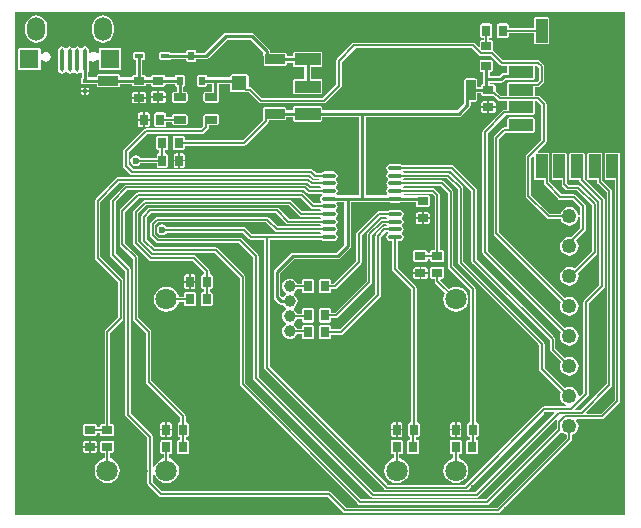
<source format=gbr>
%TF.GenerationSoftware,Altium Limited,Altium Designer,20.1.8 (145)*%
G04 Layer_Physical_Order=1*
G04 Layer_Color=255*
%FSLAX44Y44*%
%MOMM*%
%TF.SameCoordinates,26FE9753-2FEF-45A6-A292-D601E9B90E6C*%
%TF.FilePolarity,Positive*%
%TF.FileFunction,Copper,L1,Top,Signal*%
%TF.Part,Single*%
G01*
G75*
%TA.AperFunction,SMDPad,CuDef*%
G04:AMPARAMS|DCode=10|XSize=0.9mm|YSize=0.65mm|CornerRadius=0.0033mm|HoleSize=0mm|Usage=FLASHONLY|Rotation=0.000|XOffset=0mm|YOffset=0mm|HoleType=Round|Shape=RoundedRectangle|*
%AMROUNDEDRECTD10*
21,1,0.9000,0.6435,0,0,0.0*
21,1,0.8935,0.6500,0,0,0.0*
1,1,0.0065,0.4467,-0.3218*
1,1,0.0065,-0.4467,-0.3218*
1,1,0.0065,-0.4467,0.3218*
1,1,0.0065,0.4467,0.3218*
%
%ADD10ROUNDEDRECTD10*%
G04:AMPARAMS|DCode=11|XSize=0.9mm|YSize=0.65mm|CornerRadius=0.0033mm|HoleSize=0mm|Usage=FLASHONLY|Rotation=90.000|XOffset=0mm|YOffset=0mm|HoleType=Round|Shape=RoundedRectangle|*
%AMROUNDEDRECTD11*
21,1,0.9000,0.6435,0,0,90.0*
21,1,0.8935,0.6500,0,0,90.0*
1,1,0.0065,0.3218,0.4467*
1,1,0.0065,0.3218,-0.4467*
1,1,0.0065,-0.3218,-0.4467*
1,1,0.0065,-0.3218,0.4467*
%
%ADD11ROUNDEDRECTD11*%
G04:AMPARAMS|DCode=12|XSize=0.9mm|YSize=0.7mm|CornerRadius=0.0035mm|HoleSize=0mm|Usage=FLASHONLY|Rotation=180.000|XOffset=0mm|YOffset=0mm|HoleType=Round|Shape=RoundedRectangle|*
%AMROUNDEDRECTD12*
21,1,0.9000,0.6930,0,0,180.0*
21,1,0.8930,0.7000,0,0,180.0*
1,1,0.0070,-0.4465,0.3465*
1,1,0.0070,0.4465,0.3465*
1,1,0.0070,0.4465,-0.3465*
1,1,0.0070,-0.4465,-0.3465*
%
%ADD12ROUNDEDRECTD12*%
G04:AMPARAMS|DCode=13|XSize=0.9mm|YSize=0.7mm|CornerRadius=0.0035mm|HoleSize=0mm|Usage=FLASHONLY|Rotation=90.000|XOffset=0mm|YOffset=0mm|HoleType=Round|Shape=RoundedRectangle|*
%AMROUNDEDRECTD13*
21,1,0.9000,0.6930,0,0,90.0*
21,1,0.8930,0.7000,0,0,90.0*
1,1,0.0070,0.3465,0.4465*
1,1,0.0070,0.3465,-0.4465*
1,1,0.0070,-0.3465,-0.4465*
1,1,0.0070,-0.3465,0.4465*
%
%ADD13ROUNDEDRECTD13*%
G04:AMPARAMS|DCode=14|XSize=0.6mm|YSize=1mm|CornerRadius=0.003mm|HoleSize=0mm|Usage=FLASHONLY|Rotation=270.000|XOffset=0mm|YOffset=0mm|HoleType=Round|Shape=RoundedRectangle|*
%AMROUNDEDRECTD14*
21,1,0.6000,0.9940,0,0,270.0*
21,1,0.5940,1.0000,0,0,270.0*
1,1,0.0060,-0.4970,-0.2970*
1,1,0.0060,-0.4970,0.2970*
1,1,0.0060,0.4970,0.2970*
1,1,0.0060,0.4970,-0.2970*
%
%ADD14ROUNDEDRECTD14*%
%ADD15O,1.1500X0.4000*%
G04:AMPARAMS|DCode=16|XSize=3.25mm|YSize=2.15mm|CornerRadius=0.0108mm|HoleSize=0mm|Usage=FLASHONLY|Rotation=90.000|XOffset=0mm|YOffset=0mm|HoleType=Round|Shape=RoundedRectangle|*
%AMROUNDEDRECTD16*
21,1,3.2500,2.1285,0,0,90.0*
21,1,3.2285,2.1500,0,0,90.0*
1,1,0.0215,1.0642,1.6143*
1,1,0.0215,1.0642,-1.6143*
1,1,0.0215,-1.0642,-1.6143*
1,1,0.0215,-1.0642,1.6143*
%
%ADD16ROUNDEDRECTD16*%
G04:AMPARAMS|DCode=17|XSize=1mm|YSize=2.15mm|CornerRadius=0.005mm|HoleSize=0mm|Usage=FLASHONLY|Rotation=90.000|XOffset=0mm|YOffset=0mm|HoleType=Round|Shape=RoundedRectangle|*
%AMROUNDEDRECTD17*
21,1,1.0000,2.1400,0,0,90.0*
21,1,0.9900,2.1500,0,0,90.0*
1,1,0.0100,1.0700,0.4950*
1,1,0.0100,1.0700,-0.4950*
1,1,0.0100,-1.0700,-0.4950*
1,1,0.0100,-1.0700,0.4950*
%
%ADD17ROUNDEDRECTD17*%
G04:AMPARAMS|DCode=18|XSize=0.35mm|YSize=2mm|CornerRadius=0.175mm|HoleSize=0mm|Usage=FLASHONLY|Rotation=180.000|XOffset=0mm|YOffset=0mm|HoleType=Round|Shape=RoundedRectangle|*
%AMROUNDEDRECTD18*
21,1,0.3500,1.6500,0,0,180.0*
21,1,0.0000,2.0000,0,0,180.0*
1,1,0.3500,0.0000,0.8250*
1,1,0.3500,0.0000,0.8250*
1,1,0.3500,0.0000,-0.8250*
1,1,0.3500,0.0000,-0.8250*
%
%ADD18ROUNDEDRECTD18*%
G04:AMPARAMS|DCode=19|XSize=1.6mm|YSize=1.6mm|CornerRadius=0.008mm|HoleSize=0mm|Usage=FLASHONLY|Rotation=180.000|XOffset=0mm|YOffset=0mm|HoleType=Round|Shape=RoundedRectangle|*
%AMROUNDEDRECTD19*
21,1,1.6000,1.5840,0,0,180.0*
21,1,1.5840,1.6000,0,0,180.0*
1,1,0.0160,-0.7920,0.7920*
1,1,0.0160,0.7920,0.7920*
1,1,0.0160,0.7920,-0.7920*
1,1,0.0160,-0.7920,-0.7920*
%
%ADD19ROUNDEDRECTD19*%
G04:AMPARAMS|DCode=20|XSize=1.65mm|YSize=0.8mm|CornerRadius=0.004mm|HoleSize=0mm|Usage=FLASHONLY|Rotation=0.000|XOffset=0mm|YOffset=0mm|HoleType=Round|Shape=RoundedRectangle|*
%AMROUNDEDRECTD20*
21,1,1.6500,0.7920,0,0,0.0*
21,1,1.6420,0.8000,0,0,0.0*
1,1,0.0080,0.8210,-0.3960*
1,1,0.0080,-0.8210,-0.3960*
1,1,0.0080,-0.8210,0.3960*
1,1,0.0080,0.8210,0.3960*
%
%ADD20ROUNDEDRECTD20*%
G04:AMPARAMS|DCode=21|XSize=0.8mm|YSize=0.7mm|CornerRadius=0.0035mm|HoleSize=0mm|Usage=FLASHONLY|Rotation=180.000|XOffset=0mm|YOffset=0mm|HoleType=Round|Shape=RoundedRectangle|*
%AMROUNDEDRECTD21*
21,1,0.8000,0.6930,0,0,180.0*
21,1,0.7930,0.7000,0,0,180.0*
1,1,0.0070,-0.3965,0.3465*
1,1,0.0070,0.3965,0.3465*
1,1,0.0070,0.3965,-0.3465*
1,1,0.0070,-0.3965,-0.3465*
%
%ADD21ROUNDEDRECTD21*%
G04:AMPARAMS|DCode=22|XSize=1.65mm|YSize=0.8mm|CornerRadius=0.004mm|HoleSize=0mm|Usage=FLASHONLY|Rotation=90.000|XOffset=0mm|YOffset=0mm|HoleType=Round|Shape=RoundedRectangle|*
%AMROUNDEDRECTD22*
21,1,1.6500,0.7920,0,0,90.0*
21,1,1.6420,0.8000,0,0,90.0*
1,1,0.0080,0.3960,0.8210*
1,1,0.0080,0.3960,-0.8210*
1,1,0.0080,-0.3960,-0.8210*
1,1,0.0080,-0.3960,0.8210*
%
%ADD22ROUNDEDRECTD22*%
%TA.AperFunction,ConnectorPad*%
G04:AMPARAMS|DCode=23|XSize=2mm|YSize=1mm|CornerRadius=0.005mm|HoleSize=0mm|Usage=FLASHONLY|Rotation=270.000|XOffset=0mm|YOffset=0mm|HoleType=Round|Shape=RoundedRectangle|*
%AMROUNDEDRECTD23*
21,1,2.0000,0.9900,0,0,270.0*
21,1,1.9900,1.0000,0,0,270.0*
1,1,0.0100,-0.4950,-0.9950*
1,1,0.0100,-0.4950,0.9950*
1,1,0.0100,0.4950,0.9950*
1,1,0.0100,0.4950,-0.9950*
%
%ADD23ROUNDEDRECTD23*%
G04:AMPARAMS|DCode=24|XSize=2mm|YSize=1mm|CornerRadius=0.005mm|HoleSize=0mm|Usage=FLASHONLY|Rotation=0.000|XOffset=0mm|YOffset=0mm|HoleType=Round|Shape=RoundedRectangle|*
%AMROUNDEDRECTD24*
21,1,2.0000,0.9900,0,0,0.0*
21,1,1.9900,1.0000,0,0,0.0*
1,1,0.0100,0.9950,-0.4950*
1,1,0.0100,-0.9950,-0.4950*
1,1,0.0100,-0.9950,0.4950*
1,1,0.0100,0.9950,0.4950*
%
%ADD24ROUNDEDRECTD24*%
%TA.AperFunction,SMDPad,CuDef*%
G04:AMPARAMS|DCode=25|XSize=0.35mm|YSize=0.7mm|CornerRadius=0.0018mm|HoleSize=0mm|Usage=FLASHONLY|Rotation=90.000|XOffset=0mm|YOffset=0mm|HoleType=Round|Shape=RoundedRectangle|*
%AMROUNDEDRECTD25*
21,1,0.3500,0.6965,0,0,90.0*
21,1,0.3465,0.7000,0,0,90.0*
1,1,0.0035,0.3483,0.1733*
1,1,0.0035,0.3483,-0.1733*
1,1,0.0035,-0.3483,-0.1733*
1,1,0.0035,-0.3483,0.1733*
%
%ADD25ROUNDEDRECTD25*%
G04:AMPARAMS|DCode=26|XSize=0.55mm|YSize=0.7mm|CornerRadius=0.0028mm|HoleSize=0mm|Usage=FLASHONLY|Rotation=180.000|XOffset=0mm|YOffset=0mm|HoleType=Round|Shape=RoundedRectangle|*
%AMROUNDEDRECTD26*
21,1,0.5500,0.6945,0,0,180.0*
21,1,0.5445,0.7000,0,0,180.0*
1,1,0.0055,-0.2723,0.3473*
1,1,0.0055,0.2723,0.3473*
1,1,0.0055,0.2723,-0.3473*
1,1,0.0055,-0.2723,-0.3473*
%
%ADD26ROUNDEDRECTD26*%
G04:AMPARAMS|DCode=27|XSize=0.4mm|YSize=0.3mm|CornerRadius=0.0015mm|HoleSize=0mm|Usage=FLASHONLY|Rotation=0.000|XOffset=0mm|YOffset=0mm|HoleType=Round|Shape=RoundedRectangle|*
%AMROUNDEDRECTD27*
21,1,0.4000,0.2970,0,0,0.0*
21,1,0.3970,0.3000,0,0,0.0*
1,1,0.0030,0.1985,-0.1485*
1,1,0.0030,-0.1985,-0.1485*
1,1,0.0030,-0.1985,0.1485*
1,1,0.0030,0.1985,0.1485*
%
%ADD27ROUNDEDRECTD27*%
%TA.AperFunction,Conductor*%
%ADD28C,0.1524*%
%ADD29C,0.2540*%
%TA.AperFunction,ComponentPad*%
%ADD30C,1.2500*%
%ADD31C,1.0000*%
%ADD32C,1.8000*%
%ADD33O,3.5000X5.0000*%
G04:AMPARAMS|DCode=34|XSize=3.5mm|YSize=5mm|CornerRadius=1.75mm|HoleSize=0mm|Usage=FLASHONLY|Rotation=180.000|XOffset=0mm|YOffset=0mm|HoleType=Round|Shape=RoundedRectangle|*
%AMROUNDEDRECTD34*
21,1,3.5000,1.5000,0,0,180.0*
21,1,0.0000,5.0000,0,0,180.0*
1,1,3.5000,0.0000,0.7500*
1,1,3.5000,0.0000,0.7500*
1,1,3.5000,0.0000,-0.7500*
1,1,3.5000,0.0000,-0.7500*
%
%ADD34ROUNDEDRECTD34*%
%ADD35O,1.5000X2.0000*%
G04:AMPARAMS|DCode=36|XSize=1.25mm|YSize=1.25mm|CornerRadius=0.625mm|HoleSize=0mm|Usage=FLASHONLY|Rotation=90.000|XOffset=0mm|YOffset=0mm|HoleType=Round|Shape=RoundedRectangle|*
%AMROUNDEDRECTD36*
21,1,1.2500,0.0000,0,0,90.0*
21,1,0.0000,1.2500,0,0,90.0*
1,1,1.2500,0.0000,0.0000*
1,1,1.2500,0.0000,0.0000*
1,1,1.2500,0.0000,0.0000*
1,1,1.2500,0.0000,0.0000*
%
%ADD36ROUNDEDRECTD36*%
G04:AMPARAMS|DCode=37|XSize=1.25mm|YSize=1.25mm|CornerRadius=0.0625mm|HoleSize=0mm|Usage=FLASHONLY|Rotation=90.000|XOffset=0mm|YOffset=0mm|HoleType=Round|Shape=RoundedRectangle|*
%AMROUNDEDRECTD37*
21,1,1.2500,1.1250,0,0,90.0*
21,1,1.1250,1.2500,0,0,90.0*
1,1,0.1250,0.5625,0.5625*
1,1,0.1250,0.5625,-0.5625*
1,1,0.1250,-0.5625,-0.5625*
1,1,0.1250,-0.5625,0.5625*
%
%ADD37ROUNDEDRECTD37*%
%TA.AperFunction,ViaPad*%
%ADD38C,0.6000*%
G36*
X1717961Y842039D02*
X1202039D01*
Y1267961D01*
X1717961D01*
Y842039D01*
D02*
G37*
%LPC*%
G36*
X1652570Y1264055D02*
X1642670D01*
X1642056Y1263933D01*
X1641535Y1263585D01*
X1641187Y1263064D01*
X1641065Y1262450D01*
Y1254831D01*
X1619924D01*
Y1256965D01*
X1619803Y1257573D01*
X1619459Y1258089D01*
X1618943Y1258434D01*
X1618335Y1258555D01*
X1611405D01*
X1610797Y1258434D01*
X1610281Y1258089D01*
X1609937Y1257573D01*
X1609816Y1256965D01*
Y1248035D01*
X1609937Y1247427D01*
X1610281Y1246911D01*
X1610797Y1246566D01*
X1611405Y1246445D01*
X1618335D01*
X1618943Y1246566D01*
X1619459Y1246911D01*
X1619803Y1247427D01*
X1619924Y1248035D01*
Y1250169D01*
X1641065D01*
Y1242550D01*
X1641187Y1241936D01*
X1641535Y1241415D01*
X1642056Y1241067D01*
X1642670Y1240945D01*
X1652570D01*
X1653184Y1241067D01*
X1653705Y1241415D01*
X1654053Y1241936D01*
X1654175Y1242550D01*
Y1262450D01*
X1654053Y1263064D01*
X1653705Y1263585D01*
X1653184Y1263933D01*
X1652570Y1264055D01*
D02*
G37*
G36*
X1276374Y1265410D02*
X1274018Y1265100D01*
X1271823Y1264191D01*
X1269938Y1262744D01*
X1268491Y1260859D01*
X1267582Y1258664D01*
X1267272Y1256308D01*
Y1251308D01*
X1267582Y1248952D01*
X1268491Y1246757D01*
X1269938Y1244872D01*
X1271823Y1243426D01*
X1274018Y1242516D01*
X1276374Y1242206D01*
X1278729Y1242516D01*
X1280924Y1243426D01*
X1282809Y1244872D01*
X1284256Y1246757D01*
X1285165Y1248952D01*
X1285475Y1251308D01*
Y1256308D01*
X1285165Y1258664D01*
X1284256Y1260859D01*
X1282809Y1262744D01*
X1280924Y1264191D01*
X1278729Y1265100D01*
X1276374Y1265410D01*
D02*
G37*
G36*
X1219773D02*
X1217418Y1265100D01*
X1215223Y1264191D01*
X1213337Y1262744D01*
X1211891Y1260859D01*
X1210982Y1258664D01*
X1210672Y1256308D01*
Y1251308D01*
X1210982Y1248952D01*
X1211891Y1246757D01*
X1213337Y1244872D01*
X1215223Y1243426D01*
X1217418Y1242516D01*
X1219773Y1242206D01*
X1222129Y1242516D01*
X1224324Y1243426D01*
X1226209Y1244872D01*
X1227656Y1246757D01*
X1228565Y1248952D01*
X1228875Y1251308D01*
Y1256308D01*
X1228565Y1258664D01*
X1227656Y1260859D01*
X1226209Y1262744D01*
X1224324Y1264191D01*
X1222129Y1265100D01*
X1219773Y1265410D01*
D02*
G37*
G36*
X1604335Y1258555D02*
X1597405D01*
X1596797Y1258434D01*
X1596281Y1258089D01*
X1595936Y1257573D01*
X1595815Y1256965D01*
Y1248035D01*
X1595936Y1247427D01*
X1596281Y1246911D01*
X1596797Y1246566D01*
X1597405Y1246445D01*
X1598539D01*
Y1244269D01*
X1596905D01*
X1596297Y1244148D01*
X1595781Y1243804D01*
X1595437Y1243288D01*
X1595316Y1242680D01*
Y1239013D01*
X1594142Y1238527D01*
X1591021Y1241648D01*
X1590264Y1242153D01*
X1589373Y1242331D01*
X1489174D01*
X1488282Y1242153D01*
X1487526Y1241648D01*
X1474346Y1228468D01*
X1473841Y1227712D01*
X1473663Y1226820D01*
Y1206959D01*
X1462317Y1195613D01*
X1411118D01*
X1402541Y1204191D01*
X1401784Y1204696D01*
X1400892Y1204874D01*
X1399626D01*
Y1213656D01*
X1399459Y1214494D01*
X1398984Y1215205D01*
X1398273Y1215680D01*
X1397435Y1215847D01*
X1386185D01*
X1385346Y1215680D01*
X1384635Y1215205D01*
X1384160Y1214494D01*
X1383993Y1213656D01*
Y1212971D01*
X1364721D01*
Y1213595D01*
X1364601Y1214200D01*
X1364258Y1214713D01*
X1363745Y1215056D01*
X1363139Y1215177D01*
X1357695D01*
X1357089Y1215056D01*
X1356576Y1214713D01*
X1356233Y1214200D01*
X1356113Y1213595D01*
Y1206650D01*
X1356233Y1206044D01*
X1356576Y1205531D01*
X1357089Y1205188D01*
X1357695Y1205068D01*
X1363139D01*
X1363745Y1205188D01*
X1364258Y1205531D01*
X1364601Y1206044D01*
X1364721Y1206650D01*
Y1207273D01*
X1368551D01*
Y1200677D01*
X1362947D01*
X1362341Y1200556D01*
X1361827Y1200213D01*
X1361483Y1199699D01*
X1361363Y1199092D01*
Y1193152D01*
X1361483Y1192546D01*
X1361827Y1192032D01*
X1362341Y1191688D01*
X1362947Y1191568D01*
X1372887D01*
X1373493Y1191688D01*
X1374007Y1192032D01*
X1374351Y1192546D01*
X1374471Y1193152D01*
Y1199092D01*
X1374351Y1199699D01*
X1374248Y1199853D01*
Y1207273D01*
X1383993D01*
Y1202406D01*
X1384160Y1201567D01*
X1384635Y1200856D01*
X1385346Y1200381D01*
X1386185Y1200215D01*
X1397284D01*
X1397298Y1200212D01*
X1399927D01*
X1408505Y1191634D01*
X1409261Y1191129D01*
X1410153Y1190952D01*
X1463282D01*
X1464174Y1191129D01*
X1464930Y1191634D01*
X1477642Y1204346D01*
X1478147Y1205102D01*
X1478325Y1205994D01*
Y1225855D01*
X1490139Y1237669D01*
X1588407D01*
X1594296Y1231781D01*
X1595052Y1231276D01*
X1595944Y1231098D01*
X1605039D01*
X1612571Y1223566D01*
X1613327Y1223061D01*
X1614219Y1222883D01*
X1618210D01*
X1618565Y1222450D01*
Y1216669D01*
X1615639D01*
X1615639Y1216669D01*
X1614548Y1216452D01*
X1613624Y1215834D01*
X1613624Y1215834D01*
X1611852Y1214062D01*
X1603719D01*
Y1217661D01*
X1604835D01*
X1605443Y1217782D01*
X1605959Y1218126D01*
X1606304Y1218642D01*
X1606425Y1219250D01*
Y1226180D01*
X1606304Y1226788D01*
X1605959Y1227304D01*
X1605443Y1227649D01*
X1604835Y1227770D01*
X1596905D01*
X1596297Y1227649D01*
X1595781Y1227304D01*
X1595437Y1226788D01*
X1595316Y1226180D01*
Y1219250D01*
X1595437Y1218642D01*
X1595781Y1218126D01*
X1596297Y1217782D01*
X1596905Y1217661D01*
X1598021D01*
Y1207028D01*
X1597545Y1206934D01*
X1597030Y1206590D01*
X1596686Y1206075D01*
X1596566Y1205468D01*
Y1205099D01*
X1593086D01*
Y1210460D01*
X1592964Y1211070D01*
X1592619Y1211588D01*
X1592101Y1211933D01*
X1591491Y1212055D01*
X1583571D01*
X1582961Y1211933D01*
X1582444Y1211588D01*
X1582098Y1211070D01*
X1581976Y1210460D01*
Y1199641D01*
X1581952Y1199520D01*
X1581952Y1199520D01*
Y1190439D01*
X1576430Y1184917D01*
X1461824D01*
Y1187018D01*
X1461702Y1187633D01*
X1461354Y1188153D01*
X1460833Y1188501D01*
X1460219Y1188623D01*
X1438819D01*
X1438205Y1188501D01*
X1437684Y1188153D01*
X1437336Y1187633D01*
X1437214Y1187018D01*
Y1184917D01*
X1431472D01*
Y1186028D01*
X1431350Y1186638D01*
X1431005Y1187156D01*
X1430487Y1187502D01*
X1429877Y1187623D01*
X1413457D01*
X1412847Y1187502D01*
X1412329Y1187156D01*
X1411984Y1186638D01*
X1411862Y1186028D01*
Y1178901D01*
X1411848Y1178830D01*
Y1176898D01*
X1394725Y1159774D01*
X1345512D01*
Y1161908D01*
X1345391Y1162517D01*
X1345047Y1163033D01*
X1344531Y1163377D01*
X1343923Y1163498D01*
X1336993D01*
X1336384Y1163377D01*
X1335869Y1163033D01*
X1335524Y1162517D01*
X1335403Y1161908D01*
Y1152979D01*
X1335524Y1152370D01*
X1335869Y1151854D01*
X1336384Y1151510D01*
X1336993Y1151389D01*
X1343923D01*
X1344531Y1151510D01*
X1345047Y1151854D01*
X1345391Y1152370D01*
X1345512Y1152979D01*
Y1155113D01*
X1395690D01*
X1396582Y1155290D01*
X1397338Y1155795D01*
X1415827Y1174284D01*
X1416332Y1175040D01*
X1416510Y1175932D01*
Y1176514D01*
X1429877D01*
X1430487Y1176635D01*
X1431005Y1176981D01*
X1431350Y1177498D01*
X1431472Y1178108D01*
Y1179220D01*
X1437214D01*
Y1177118D01*
X1437336Y1176504D01*
X1437684Y1175984D01*
X1438205Y1175636D01*
X1438819Y1175514D01*
X1460219D01*
X1460833Y1175636D01*
X1461354Y1175984D01*
X1461702Y1176504D01*
X1461824Y1177118D01*
Y1179220D01*
X1493180D01*
Y1113175D01*
X1474450D01*
X1474115Y1113772D01*
X1473933Y1114445D01*
X1474605Y1115451D01*
X1474879Y1116826D01*
X1474605Y1118201D01*
X1473876Y1119292D01*
X1473715Y1119654D01*
Y1120498D01*
X1473876Y1120861D01*
X1474605Y1121951D01*
X1474879Y1123326D01*
X1474605Y1124701D01*
X1473826Y1125867D01*
X1473715Y1125941D01*
Y1127211D01*
X1473826Y1127286D01*
X1474605Y1128451D01*
X1474879Y1129826D01*
X1474605Y1131201D01*
X1473826Y1132367D01*
X1472661Y1133146D01*
X1471286Y1133419D01*
X1463786D01*
X1462411Y1133146D01*
X1461245Y1132367D01*
X1460815Y1131723D01*
X1457136D01*
X1454381Y1134478D01*
X1453625Y1134983D01*
X1452733Y1135161D01*
X1302047D01*
X1298017Y1139191D01*
Y1149260D01*
X1313839Y1165083D01*
X1359897D01*
X1360789Y1165260D01*
X1361545Y1165766D01*
X1365327Y1169548D01*
X1365832Y1170304D01*
X1366010Y1171196D01*
Y1172568D01*
X1372887D01*
X1373493Y1172688D01*
X1374007Y1173032D01*
X1374351Y1173546D01*
X1374471Y1174152D01*
Y1180092D01*
X1374351Y1180699D01*
X1374007Y1181213D01*
X1373493Y1181556D01*
X1372887Y1181677D01*
X1362947D01*
X1362341Y1181556D01*
X1361827Y1181213D01*
X1361483Y1180699D01*
X1361363Y1180092D01*
Y1174956D01*
X1361348Y1174884D01*
Y1172162D01*
X1358931Y1169745D01*
X1312874D01*
X1311982Y1169567D01*
X1311226Y1169062D01*
X1294038Y1151874D01*
X1293532Y1151117D01*
X1293355Y1150226D01*
Y1138225D01*
X1293532Y1137334D01*
X1294038Y1136577D01*
X1299433Y1131182D01*
X1300189Y1130677D01*
X1301081Y1130499D01*
X1451767D01*
X1454523Y1127744D01*
X1455279Y1127239D01*
X1456171Y1127061D01*
X1459380D01*
X1460073Y1125791D01*
X1460013Y1125698D01*
X1459924Y1125657D01*
X1453986D01*
X1451791Y1127853D01*
X1451035Y1128358D01*
X1450143Y1128535D01*
X1289378D01*
X1288486Y1128358D01*
X1287730Y1127853D01*
X1270110Y1110232D01*
X1269604Y1109476D01*
X1269427Y1108584D01*
Y1059724D01*
X1269604Y1058832D01*
X1270110Y1058076D01*
X1288955Y1039230D01*
Y1009751D01*
X1278352Y999148D01*
X1277847Y998392D01*
X1277669Y997500D01*
Y919305D01*
X1275535D01*
X1274927Y919184D01*
X1274411Y918839D01*
X1274066Y918323D01*
X1273945Y917715D01*
Y916831D01*
X1271323D01*
Y917718D01*
X1271202Y918325D01*
X1270859Y918840D01*
X1270344Y919184D01*
X1269736Y919305D01*
X1260801D01*
X1260194Y919184D01*
X1259679Y918840D01*
X1259335Y918325D01*
X1259214Y917718D01*
Y911283D01*
X1259335Y910675D01*
X1259679Y910160D01*
X1260194Y909816D01*
X1260801Y909696D01*
X1269736D01*
X1270344Y909816D01*
X1270859Y910160D01*
X1271202Y910675D01*
X1271323Y911283D01*
Y912169D01*
X1273945D01*
Y910785D01*
X1274066Y910177D01*
X1274411Y909661D01*
X1274927Y909316D01*
X1275535Y909195D01*
X1284465D01*
X1285073Y909316D01*
X1285589Y909661D01*
X1285934Y910177D01*
X1286055Y910785D01*
Y917715D01*
X1285934Y918323D01*
X1285589Y918839D01*
X1285073Y919184D01*
X1284465Y919305D01*
X1282331D01*
Y996535D01*
X1292934Y1007138D01*
X1293439Y1007894D01*
X1293617Y1008786D01*
Y1040196D01*
X1293439Y1041088D01*
X1292934Y1041844D01*
X1274089Y1060689D01*
Y1107619D01*
X1290344Y1123874D01*
X1449177D01*
X1451373Y1121678D01*
X1452129Y1121173D01*
X1453021Y1120995D01*
X1460235D01*
X1460748Y1119768D01*
X1460689Y1119648D01*
X1460204Y1119157D01*
X1451315D01*
X1449136Y1121337D01*
X1448380Y1121842D01*
X1447488Y1122020D01*
X1296034D01*
X1295142Y1121842D01*
X1294386Y1121337D01*
X1282944Y1109895D01*
X1282438Y1109138D01*
X1282261Y1108247D01*
Y1062860D01*
X1282438Y1061968D01*
X1282944Y1061212D01*
X1295195Y1048961D01*
Y927474D01*
X1295372Y926582D01*
X1295878Y925826D01*
X1313955Y907749D01*
Y869208D01*
X1314133Y868316D01*
X1314638Y867560D01*
X1323846Y858352D01*
X1324602Y857847D01*
X1325494Y857669D01*
X1466535D01*
X1479519Y844684D01*
X1480276Y844179D01*
X1481167Y844002D01*
X1610896D01*
X1611788Y844179D01*
X1612544Y844684D01*
X1672822Y904962D01*
X1673327Y905718D01*
X1673504Y906610D01*
Y909983D01*
X1675094Y910642D01*
X1676718Y911888D01*
X1677964Y913512D01*
X1678748Y915403D01*
X1679015Y917432D01*
X1678748Y919462D01*
X1677964Y921353D01*
X1677186Y922368D01*
X1677812Y923638D01*
X1699053D01*
X1699946Y923815D01*
X1700702Y924320D01*
X1713506Y937125D01*
X1714011Y937881D01*
X1714189Y938773D01*
Y1133262D01*
X1714175Y1133332D01*
Y1147450D01*
X1714053Y1148064D01*
X1713705Y1148585D01*
X1713184Y1148933D01*
X1712570Y1149055D01*
X1702670D01*
X1702056Y1148933D01*
X1701535Y1148585D01*
X1701187Y1148064D01*
X1701065Y1147450D01*
Y1127550D01*
X1701187Y1126936D01*
X1701535Y1126415D01*
X1702056Y1126067D01*
X1702670Y1125945D01*
X1709527D01*
Y939738D01*
X1698088Y928299D01*
X1685762D01*
X1685276Y929473D01*
X1706713Y950909D01*
X1707218Y951665D01*
X1707395Y952557D01*
Y1116452D01*
X1707218Y1117345D01*
X1706713Y1118101D01*
X1699189Y1125624D01*
Y1133262D01*
X1699175Y1133332D01*
Y1147450D01*
X1699053Y1148064D01*
X1698705Y1148585D01*
X1698184Y1148933D01*
X1697570Y1149055D01*
X1687670D01*
X1687056Y1148933D01*
X1686535Y1148585D01*
X1686187Y1148064D01*
X1686065Y1147450D01*
Y1127550D01*
X1686187Y1126936D01*
X1686535Y1126415D01*
X1687056Y1126067D01*
X1687670Y1125945D01*
X1694527D01*
Y1124659D01*
X1694705Y1123767D01*
X1695210Y1123011D01*
X1702734Y1115487D01*
Y953522D01*
X1680559Y931347D01*
X1676716D01*
X1676230Y932521D01*
X1686948Y943239D01*
X1687454Y943995D01*
X1687631Y944887D01*
Y1021835D01*
X1700613Y1034817D01*
X1701118Y1035573D01*
X1701295Y1036465D01*
Y1108808D01*
X1701118Y1109700D01*
X1700613Y1110456D01*
X1684189Y1126880D01*
Y1133262D01*
X1684175Y1133332D01*
Y1147450D01*
X1684053Y1148064D01*
X1683705Y1148585D01*
X1683184Y1148933D01*
X1682570Y1149055D01*
X1672670D01*
X1672056Y1148933D01*
X1671535Y1148585D01*
X1671187Y1148064D01*
X1671065Y1147450D01*
Y1127550D01*
X1671187Y1126936D01*
X1671535Y1126415D01*
X1672056Y1126067D01*
X1672670Y1125945D01*
X1679527D01*
Y1125915D01*
X1679705Y1125023D01*
X1680210Y1124267D01*
X1696634Y1107842D01*
Y1037430D01*
X1683652Y1024448D01*
X1683147Y1023692D01*
X1682970Y1022800D01*
Y945853D01*
X1680255Y943139D01*
X1678914Y943594D01*
X1678748Y944862D01*
X1677964Y946753D01*
X1676718Y948377D01*
X1675094Y949623D01*
X1673203Y950406D01*
X1671174Y950674D01*
X1669144Y950406D01*
X1667554Y949748D01*
X1650157Y967145D01*
Y987445D01*
X1649980Y988337D01*
X1649474Y989093D01*
X1581428Y1057140D01*
Y1119124D01*
X1581251Y1120016D01*
X1580745Y1120772D01*
X1570043Y1131474D01*
X1569287Y1131980D01*
X1568395Y1132157D01*
X1530836D01*
X1530323Y1133384D01*
X1530382Y1133505D01*
X1530867Y1133996D01*
X1571051D01*
X1588269Y1116778D01*
Y1057804D01*
X1588446Y1056912D01*
X1588951Y1056156D01*
X1654570Y990537D01*
Y982505D01*
X1654747Y981613D01*
X1655253Y980857D01*
X1664258Y971852D01*
X1663600Y970262D01*
X1663333Y968232D01*
X1663600Y966203D01*
X1664383Y964312D01*
X1665629Y962688D01*
X1667253Y961442D01*
X1669144Y960659D01*
X1671174Y960391D01*
X1673203Y960659D01*
X1675094Y961442D01*
X1676718Y962688D01*
X1677964Y964312D01*
X1678748Y966203D01*
X1679015Y968232D01*
X1678748Y970262D01*
X1677964Y972153D01*
X1676718Y973777D01*
X1675094Y975023D01*
X1673203Y975806D01*
X1671174Y976074D01*
X1669144Y975806D01*
X1667554Y975148D01*
X1659232Y983471D01*
Y991502D01*
X1659054Y992394D01*
X1658549Y993150D01*
X1592930Y1058769D01*
Y1117743D01*
X1592753Y1118635D01*
X1592247Y1119391D01*
X1573665Y1137974D01*
X1572908Y1138480D01*
X1572016Y1138657D01*
X1529966D01*
X1529826Y1138867D01*
X1528661Y1139646D01*
X1527286Y1139919D01*
X1519786D01*
X1518411Y1139646D01*
X1517245Y1138867D01*
X1516466Y1137701D01*
X1516192Y1136326D01*
X1516466Y1134951D01*
X1517195Y1133861D01*
X1517356Y1133498D01*
Y1132654D01*
X1517195Y1132292D01*
X1516466Y1131201D01*
X1516192Y1129826D01*
X1516466Y1128451D01*
X1517245Y1127286D01*
X1517356Y1127211D01*
Y1125941D01*
X1517245Y1125867D01*
X1516466Y1124701D01*
X1516192Y1123326D01*
X1516466Y1121951D01*
X1517195Y1120861D01*
X1517356Y1120498D01*
Y1119654D01*
X1517195Y1119292D01*
X1516466Y1118201D01*
X1516192Y1116826D01*
X1516466Y1115451D01*
X1517138Y1114445D01*
X1516956Y1113772D01*
X1516621Y1113175D01*
X1498878D01*
Y1179220D01*
X1577610D01*
X1577610Y1179220D01*
X1578701Y1179436D01*
X1579625Y1180054D01*
X1586815Y1187245D01*
X1587433Y1188169D01*
X1587650Y1189259D01*
X1587650Y1189259D01*
Y1192445D01*
X1591491D01*
X1592101Y1192567D01*
X1592619Y1192912D01*
X1592964Y1193430D01*
X1593086Y1194040D01*
Y1199401D01*
X1596566D01*
Y1199033D01*
X1596686Y1198425D01*
X1597030Y1197910D01*
X1597545Y1197566D01*
X1598152Y1197446D01*
X1605036D01*
X1605108Y1197431D01*
X1606705D01*
X1610571Y1193566D01*
X1611327Y1193061D01*
X1612219Y1192883D01*
X1618210D01*
X1618565Y1192450D01*
Y1185593D01*
X1616241D01*
X1615349Y1185415D01*
X1614593Y1184910D01*
X1598203Y1168520D01*
X1597698Y1167764D01*
X1597520Y1166872D01*
Y1064955D01*
X1597698Y1064063D01*
X1598203Y1063307D01*
X1664258Y997252D01*
X1663600Y995662D01*
X1663333Y993633D01*
X1663600Y991603D01*
X1664383Y989712D01*
X1665629Y988088D01*
X1667253Y986842D01*
X1669144Y986059D01*
X1671174Y985791D01*
X1673203Y986059D01*
X1675094Y986842D01*
X1676718Y988088D01*
X1677964Y989712D01*
X1678748Y991603D01*
X1679015Y993633D01*
X1678748Y995662D01*
X1677964Y997553D01*
X1676718Y999177D01*
X1675094Y1000423D01*
X1673203Y1001206D01*
X1671174Y1001474D01*
X1669144Y1001206D01*
X1667554Y1000548D01*
X1602182Y1065920D01*
Y1165906D01*
X1617207Y1180931D01*
X1625882D01*
X1625952Y1180945D01*
X1640070D01*
X1640684Y1181067D01*
X1641205Y1181415D01*
X1641553Y1181936D01*
X1641675Y1182550D01*
Y1192450D01*
X1642030Y1192883D01*
X1643804D01*
X1647324Y1189363D01*
Y1159797D01*
X1634849Y1147321D01*
X1634343Y1146565D01*
X1634166Y1145673D01*
Y1112386D01*
X1634343Y1111494D01*
X1634849Y1110738D01*
X1652003Y1093584D01*
X1652759Y1093079D01*
X1653651Y1092902D01*
X1663725D01*
X1664383Y1091312D01*
X1665629Y1089688D01*
X1667253Y1088442D01*
X1669144Y1087658D01*
X1671174Y1087391D01*
X1673203Y1087658D01*
X1675094Y1088442D01*
X1676718Y1089688D01*
X1677964Y1091312D01*
X1678748Y1093203D01*
X1679015Y1095232D01*
X1678748Y1097262D01*
X1677964Y1099153D01*
X1676718Y1100777D01*
X1675094Y1102023D01*
X1673203Y1102806D01*
X1671174Y1103074D01*
X1669144Y1102806D01*
X1667253Y1102023D01*
X1665629Y1100777D01*
X1664383Y1099153D01*
X1663725Y1097563D01*
X1654616D01*
X1638828Y1113352D01*
Y1144708D01*
X1639892Y1145772D01*
X1641065Y1145286D01*
Y1127550D01*
X1641187Y1126936D01*
X1641535Y1126415D01*
X1642056Y1126067D01*
X1642670Y1125945D01*
X1649527D01*
Y1123231D01*
X1649705Y1122339D01*
X1650210Y1121582D01*
X1661940Y1109853D01*
X1662696Y1109347D01*
X1663588Y1109170D01*
X1674012D01*
X1680472Y1102711D01*
Y1085307D01*
X1672645Y1077480D01*
X1671174Y1077673D01*
X1669144Y1077406D01*
X1667253Y1076623D01*
X1665629Y1075377D01*
X1664383Y1073753D01*
X1663600Y1071862D01*
X1663333Y1069833D01*
X1663600Y1067803D01*
X1664383Y1065912D01*
X1665629Y1064288D01*
X1667253Y1063042D01*
X1669144Y1062259D01*
X1671174Y1061991D01*
X1673203Y1062259D01*
X1675094Y1063042D01*
X1676718Y1064288D01*
X1677964Y1065912D01*
X1678748Y1067803D01*
X1679015Y1069833D01*
X1678748Y1071862D01*
X1677964Y1073753D01*
X1676899Y1075142D01*
X1684451Y1082693D01*
X1684956Y1083449D01*
X1685133Y1084341D01*
Y1103676D01*
X1684956Y1104568D01*
X1684451Y1105324D01*
X1676626Y1113149D01*
X1675870Y1113654D01*
X1674978Y1113831D01*
X1664553D01*
X1654189Y1124196D01*
Y1133262D01*
X1654175Y1133332D01*
Y1147450D01*
X1654053Y1148064D01*
X1653705Y1148585D01*
X1653184Y1148933D01*
X1652570Y1149055D01*
X1644834D01*
X1644348Y1150228D01*
X1651303Y1157183D01*
X1651808Y1157939D01*
X1651985Y1158831D01*
Y1190329D01*
X1651808Y1191221D01*
X1651303Y1191977D01*
X1646418Y1196862D01*
X1645661Y1197367D01*
X1644769Y1197545D01*
X1641679D01*
X1641675Y1197550D01*
Y1204407D01*
X1644769D01*
X1645661Y1204585D01*
X1646418Y1205090D01*
X1649268Y1207941D01*
X1649773Y1208697D01*
X1649951Y1209589D01*
Y1222211D01*
X1649773Y1223103D01*
X1649268Y1223859D01*
X1646265Y1226862D01*
X1645509Y1227367D01*
X1644617Y1227545D01*
X1615185D01*
X1607652Y1235077D01*
X1606896Y1235582D01*
X1606481Y1235665D01*
X1606425Y1235750D01*
Y1242680D01*
X1606304Y1243288D01*
X1605959Y1243804D01*
X1605443Y1244148D01*
X1604835Y1244269D01*
X1603201D01*
Y1246445D01*
X1604335D01*
X1604943Y1246566D01*
X1605459Y1246911D01*
X1605804Y1247427D01*
X1605925Y1248035D01*
Y1256965D01*
X1605804Y1257573D01*
X1605459Y1258089D01*
X1604943Y1258434D01*
X1604335Y1258555D01*
D02*
G37*
G36*
X1261074Y1239146D02*
X1259796Y1238892D01*
X1258713Y1238168D01*
X1258587Y1237980D01*
X1257060D01*
X1256934Y1238168D01*
X1255851Y1238892D01*
X1254574Y1239146D01*
X1253296Y1238892D01*
X1252213Y1238168D01*
X1252087Y1237980D01*
X1250560D01*
X1250434Y1238168D01*
X1249351Y1238892D01*
X1248074Y1239146D01*
X1246796Y1238892D01*
X1245713Y1238168D01*
X1245587Y1237980D01*
X1244060D01*
X1243934Y1238168D01*
X1242851Y1238892D01*
X1241573Y1239146D01*
X1240296Y1238892D01*
X1239213Y1238168D01*
X1238489Y1237085D01*
X1238235Y1235808D01*
Y1219308D01*
X1238489Y1218031D01*
X1239213Y1216948D01*
X1240296Y1216224D01*
X1241573Y1215970D01*
X1242851Y1216224D01*
X1243934Y1216948D01*
X1244060Y1217136D01*
X1245587D01*
X1245713Y1216948D01*
X1246796Y1216224D01*
X1248074Y1215970D01*
X1249351Y1216224D01*
X1250434Y1216948D01*
X1250560Y1217136D01*
X1252087D01*
X1252213Y1216948D01*
X1253296Y1216224D01*
X1254574Y1215970D01*
X1255851Y1216224D01*
X1256934Y1216948D01*
X1256955Y1216979D01*
X1258225Y1216594D01*
Y1212915D01*
X1257911Y1212785D01*
X1257423Y1211607D01*
Y1208637D01*
X1257911Y1207459D01*
X1259089Y1206971D01*
X1263058D01*
X1263788Y1207273D01*
X1271120D01*
Y1206162D01*
X1271241Y1205552D01*
X1271587Y1205035D01*
X1272104Y1204689D01*
X1272714Y1204568D01*
X1289134D01*
X1289745Y1204689D01*
X1290262Y1205035D01*
X1290608Y1205552D01*
X1290729Y1206162D01*
Y1207273D01*
X1300845D01*
Y1206905D01*
X1300966Y1206297D01*
X1301310Y1205782D01*
X1301825Y1205439D01*
X1302432Y1205318D01*
X1311367D01*
X1311974Y1205439D01*
X1312489Y1205782D01*
X1312833Y1206297D01*
X1312954Y1206905D01*
Y1207273D01*
X1317159D01*
Y1206657D01*
X1317280Y1206049D01*
X1317625Y1205533D01*
X1318141Y1205189D01*
X1318749Y1205068D01*
X1327679D01*
X1328287Y1205189D01*
X1328803Y1205533D01*
X1329147Y1206049D01*
X1329268Y1206657D01*
Y1207273D01*
X1337113D01*
Y1206650D01*
X1337233Y1206044D01*
X1337576Y1205531D01*
X1338089Y1205188D01*
X1338568Y1205093D01*
Y1200677D01*
X1336447D01*
X1335841Y1200556D01*
X1335327Y1200213D01*
X1334983Y1199699D01*
X1334863Y1199092D01*
Y1193152D01*
X1334983Y1192546D01*
X1335327Y1192032D01*
X1335841Y1191688D01*
X1336447Y1191568D01*
X1346387D01*
X1346993Y1191688D01*
X1347507Y1192032D01*
X1347851Y1192546D01*
X1347971Y1193152D01*
Y1199092D01*
X1347851Y1199699D01*
X1347507Y1200213D01*
X1346993Y1200556D01*
X1346387Y1200677D01*
X1344266D01*
Y1205093D01*
X1344745Y1205188D01*
X1345258Y1205531D01*
X1345601Y1206044D01*
X1345721Y1206650D01*
Y1213595D01*
X1345601Y1214200D01*
X1345258Y1214713D01*
X1344745Y1215056D01*
X1344140Y1215177D01*
X1338694D01*
X1338089Y1215056D01*
X1337576Y1214713D01*
X1337233Y1214200D01*
X1337113Y1213595D01*
Y1212971D01*
X1329268D01*
Y1213587D01*
X1329147Y1214195D01*
X1328803Y1214711D01*
X1328287Y1215056D01*
X1327679Y1215177D01*
X1318749D01*
X1318141Y1215056D01*
X1317625Y1214711D01*
X1317280Y1214195D01*
X1317159Y1213587D01*
Y1212971D01*
X1312954D01*
Y1213340D01*
X1312833Y1213947D01*
X1312489Y1214462D01*
X1311974Y1214806D01*
X1311367Y1214927D01*
X1309748D01*
Y1227818D01*
X1310382D01*
X1310983Y1227938D01*
X1311493Y1228278D01*
X1311834Y1228788D01*
X1311954Y1229390D01*
Y1232855D01*
X1311834Y1233456D01*
X1311493Y1233966D01*
X1310983Y1234307D01*
X1310382Y1234426D01*
X1303417D01*
X1302816Y1234307D01*
X1302306Y1233966D01*
X1301965Y1233456D01*
X1301845Y1232855D01*
Y1229390D01*
X1301965Y1228788D01*
X1302306Y1228278D01*
X1302816Y1227938D01*
X1303417Y1227818D01*
X1304051D01*
Y1214927D01*
X1302432D01*
X1301825Y1214806D01*
X1301310Y1214462D01*
X1300966Y1213947D01*
X1300845Y1213340D01*
Y1212971D01*
X1290729D01*
Y1214082D01*
X1290608Y1214693D01*
X1290262Y1215210D01*
X1289745Y1215555D01*
X1289134Y1215677D01*
X1272714D01*
X1272104Y1215555D01*
X1271587Y1215210D01*
X1271241Y1214693D01*
X1271120Y1214082D01*
Y1212971D01*
X1263922D01*
Y1217679D01*
X1264157Y1218031D01*
X1264412Y1219308D01*
Y1226433D01*
X1265682Y1227067D01*
X1266503Y1226517D01*
X1268074Y1226205D01*
X1269644Y1226517D01*
X1270975Y1227407D01*
X1271248Y1227816D01*
X1272518Y1227431D01*
Y1220388D01*
X1272643Y1219762D01*
X1272997Y1219232D01*
X1273528Y1218877D01*
X1274154Y1218753D01*
X1289993D01*
X1290619Y1218877D01*
X1291150Y1219232D01*
X1291504Y1219762D01*
X1291629Y1220388D01*
Y1236228D01*
X1291504Y1236854D01*
X1291150Y1237384D01*
X1290619Y1237739D01*
X1289993Y1237863D01*
X1274154D01*
X1273528Y1237739D01*
X1272997Y1237384D01*
X1272643Y1236854D01*
X1272518Y1236228D01*
Y1233185D01*
X1271248Y1232800D01*
X1270975Y1233209D01*
X1269644Y1234099D01*
X1268074Y1234411D01*
X1266503Y1234099D01*
X1265682Y1233549D01*
X1264412Y1234183D01*
Y1235808D01*
X1264157Y1237085D01*
X1263434Y1238168D01*
X1262351Y1238892D01*
X1261074Y1239146D01*
D02*
G37*
G36*
X1221993Y1237863D02*
X1206153D01*
X1205528Y1237739D01*
X1204997Y1237384D01*
X1204642Y1236854D01*
X1204518Y1236228D01*
Y1220388D01*
X1204642Y1219762D01*
X1204997Y1219232D01*
X1205528Y1218877D01*
X1206153Y1218753D01*
X1221993D01*
X1222619Y1218877D01*
X1223150Y1219232D01*
X1223504Y1219762D01*
X1223629Y1220388D01*
Y1227431D01*
X1224899Y1227816D01*
X1225172Y1227407D01*
X1226503Y1226517D01*
X1228074Y1226205D01*
X1229643Y1226517D01*
X1230975Y1227407D01*
X1231864Y1228738D01*
X1232176Y1230308D01*
X1231864Y1231878D01*
X1230975Y1233209D01*
X1229643Y1234099D01*
X1228074Y1234411D01*
X1226503Y1234099D01*
X1225172Y1233209D01*
X1224899Y1232800D01*
X1223629Y1233185D01*
Y1236228D01*
X1223504Y1236854D01*
X1223150Y1237384D01*
X1222619Y1237739D01*
X1221993Y1237863D01*
D02*
G37*
G36*
X1263058Y1204273D02*
X1261835D01*
Y1201884D01*
X1264724D01*
Y1202607D01*
X1264236Y1203785D01*
X1263058Y1204273D01*
D02*
G37*
G36*
X1260312D02*
X1259089D01*
X1257911Y1203785D01*
X1257423Y1202607D01*
Y1201884D01*
X1260312D01*
Y1204273D01*
D02*
G37*
G36*
X1402443Y1250655D02*
X1402443Y1250655D01*
X1380326D01*
X1379236Y1250438D01*
X1378311Y1249821D01*
X1378311Y1249821D01*
X1362462Y1233971D01*
X1355221D01*
Y1234595D01*
X1355101Y1235200D01*
X1354758Y1235713D01*
X1354245Y1236056D01*
X1353640Y1236177D01*
X1348194D01*
X1347589Y1236056D01*
X1347076Y1235713D01*
X1346733Y1235200D01*
X1346613Y1234595D01*
Y1233971D01*
X1333486D01*
X1332983Y1234307D01*
X1332382Y1234426D01*
X1325417D01*
X1324816Y1234307D01*
X1324306Y1233966D01*
X1323965Y1233456D01*
X1323845Y1232855D01*
Y1229390D01*
X1323965Y1228788D01*
X1324306Y1228278D01*
X1324816Y1227938D01*
X1325417Y1227818D01*
X1332382D01*
X1332983Y1227938D01*
X1333486Y1228273D01*
X1346613D01*
Y1227650D01*
X1346733Y1227044D01*
X1347076Y1226531D01*
X1347589Y1226188D01*
X1348194Y1226068D01*
X1353640D01*
X1354245Y1226188D01*
X1354758Y1226531D01*
X1355101Y1227044D01*
X1355221Y1227650D01*
Y1228273D01*
X1363642D01*
X1363642Y1228273D01*
X1364732Y1228490D01*
X1365656Y1229108D01*
X1381506Y1244958D01*
X1401263D01*
X1412197Y1234024D01*
Y1230798D01*
X1412197Y1230798D01*
X1412221Y1230677D01*
Y1224108D01*
X1412342Y1223498D01*
X1412688Y1222981D01*
X1413205Y1222635D01*
X1413816Y1222514D01*
X1430236D01*
X1430846Y1222635D01*
X1431363Y1222981D01*
X1431709Y1223498D01*
X1431830Y1224108D01*
Y1225220D01*
X1437214D01*
Y1223118D01*
X1437336Y1222504D01*
X1437684Y1221984D01*
X1438205Y1221636D01*
X1438819Y1221514D01*
X1446670D01*
Y1211623D01*
X1438819D01*
X1438205Y1211501D01*
X1437684Y1211153D01*
X1437336Y1210632D01*
X1437214Y1210018D01*
Y1200118D01*
X1437336Y1199504D01*
X1437684Y1198984D01*
X1438205Y1198636D01*
X1438819Y1198513D01*
X1460219D01*
X1460833Y1198636D01*
X1461354Y1198984D01*
X1461702Y1199504D01*
X1461824Y1200118D01*
Y1210018D01*
X1461702Y1210632D01*
X1461354Y1211153D01*
X1460833Y1211501D01*
X1460219Y1211623D01*
X1452368D01*
Y1221514D01*
X1460219D01*
X1460833Y1221636D01*
X1461354Y1221984D01*
X1461702Y1222504D01*
X1461824Y1223118D01*
Y1233018D01*
X1461702Y1233633D01*
X1461354Y1234153D01*
X1460833Y1234501D01*
X1460219Y1234623D01*
X1438819D01*
X1438205Y1234501D01*
X1437684Y1234153D01*
X1437336Y1233633D01*
X1437214Y1233018D01*
Y1230917D01*
X1431830D01*
Y1232028D01*
X1431709Y1232639D01*
X1431363Y1233156D01*
X1430846Y1233502D01*
X1430236Y1233623D01*
X1417894D01*
Y1235204D01*
X1417894Y1235204D01*
X1417677Y1236294D01*
X1417060Y1237219D01*
X1417060Y1237219D01*
X1404458Y1249821D01*
X1403534Y1250438D01*
X1402443Y1250655D01*
D02*
G37*
G36*
X1264724Y1200360D02*
X1261835D01*
Y1197971D01*
X1263058D01*
X1264236Y1198459D01*
X1264724Y1199637D01*
Y1200360D01*
D02*
G37*
G36*
X1260312D02*
X1257423D01*
Y1199637D01*
X1257911Y1198459D01*
X1259089Y1197971D01*
X1260312D01*
Y1200360D01*
D02*
G37*
G36*
X1327679Y1201177D02*
X1323976D01*
Y1196884D01*
X1329268D01*
Y1199587D01*
X1329147Y1200195D01*
X1328803Y1200711D01*
X1328287Y1201056D01*
X1327679Y1201177D01*
D02*
G37*
G36*
X1322452D02*
X1318749D01*
X1318141Y1201056D01*
X1317625Y1200711D01*
X1317280Y1200195D01*
X1317159Y1199587D01*
Y1196884D01*
X1322452D01*
Y1201177D01*
D02*
G37*
G36*
X1311367Y1200427D02*
X1307661D01*
Y1196384D01*
X1312954D01*
Y1198840D01*
X1312833Y1199447D01*
X1312489Y1199962D01*
X1311974Y1200306D01*
X1311367Y1200427D01*
D02*
G37*
G36*
X1306138D02*
X1302432D01*
X1301825Y1200306D01*
X1301310Y1199962D01*
X1300966Y1199447D01*
X1300845Y1198840D01*
Y1196384D01*
X1306138D01*
Y1200427D01*
D02*
G37*
G36*
X1329268Y1195360D02*
X1323976D01*
Y1191068D01*
X1327679D01*
X1328287Y1191189D01*
X1328803Y1191533D01*
X1329147Y1192049D01*
X1329268Y1192657D01*
Y1195360D01*
D02*
G37*
G36*
X1322452D02*
X1317159D01*
Y1192657D01*
X1317280Y1192049D01*
X1317625Y1191533D01*
X1318141Y1191189D01*
X1318749Y1191068D01*
X1322452D01*
Y1195360D01*
D02*
G37*
G36*
X1312954Y1194860D02*
X1307661D01*
Y1190818D01*
X1311367D01*
X1311974Y1190938D01*
X1312489Y1191283D01*
X1312833Y1191797D01*
X1312954Y1192405D01*
Y1194860D01*
D02*
G37*
G36*
X1306138D02*
X1300845D01*
Y1192405D01*
X1300966Y1191797D01*
X1301310Y1191283D01*
X1301825Y1190938D01*
X1302432Y1190818D01*
X1306138D01*
Y1194860D01*
D02*
G37*
G36*
X1607088Y1192554D02*
X1603382D01*
Y1188512D01*
X1608674D01*
Y1190967D01*
X1608554Y1191575D01*
X1608210Y1192090D01*
X1607695Y1192434D01*
X1607088Y1192554D01*
D02*
G37*
G36*
X1601858D02*
X1598152D01*
X1597545Y1192434D01*
X1597030Y1192090D01*
X1596686Y1191575D01*
X1596566Y1190967D01*
Y1188512D01*
X1601858D01*
Y1192554D01*
D02*
G37*
G36*
X1608674Y1186988D02*
X1603382D01*
Y1182945D01*
X1607088D01*
X1607695Y1183066D01*
X1608210Y1183410D01*
X1608554Y1183925D01*
X1608674Y1184532D01*
Y1186988D01*
D02*
G37*
G36*
X1601858D02*
X1596566D01*
Y1184532D01*
X1596686Y1183925D01*
X1597030Y1183410D01*
X1597545Y1183066D01*
X1598152Y1182945D01*
X1601858D01*
Y1186988D01*
D02*
G37*
G36*
X1314281Y1183177D02*
X1311577D01*
Y1177884D01*
X1315870D01*
Y1181587D01*
X1315749Y1182196D01*
X1315404Y1182711D01*
X1314889Y1183056D01*
X1314281Y1183177D01*
D02*
G37*
G36*
X1310054D02*
X1307350D01*
X1306742Y1183056D01*
X1306227Y1182711D01*
X1305882Y1182196D01*
X1305761Y1181587D01*
Y1177884D01*
X1310054D01*
Y1183177D01*
D02*
G37*
G36*
X1328280D02*
X1321351D01*
X1320742Y1183056D01*
X1320226Y1182711D01*
X1319882Y1182196D01*
X1319761Y1181587D01*
Y1172657D01*
X1319882Y1172049D01*
X1320226Y1171533D01*
X1320742Y1171189D01*
X1321351Y1171068D01*
X1328280D01*
X1328889Y1171189D01*
X1329404Y1171533D01*
X1329749Y1172049D01*
X1329870Y1172657D01*
Y1174791D01*
X1334863D01*
Y1174152D01*
X1334983Y1173546D01*
X1335327Y1173032D01*
X1335841Y1172688D01*
X1336447Y1172568D01*
X1346387D01*
X1346993Y1172688D01*
X1347507Y1173032D01*
X1347851Y1173546D01*
X1347971Y1174152D01*
Y1180092D01*
X1347851Y1180699D01*
X1347507Y1181213D01*
X1346993Y1181556D01*
X1346387Y1181677D01*
X1336447D01*
X1335841Y1181556D01*
X1335327Y1181213D01*
X1334983Y1180699D01*
X1334863Y1180092D01*
Y1179453D01*
X1329870D01*
Y1181587D01*
X1329749Y1182196D01*
X1329404Y1182711D01*
X1328889Y1183056D01*
X1328280Y1183177D01*
D02*
G37*
G36*
X1315870Y1176360D02*
X1311577D01*
Y1171068D01*
X1314281D01*
X1314889Y1171189D01*
X1315404Y1171533D01*
X1315749Y1172049D01*
X1315870Y1172657D01*
Y1176360D01*
D02*
G37*
G36*
X1310054D02*
X1305761D01*
Y1172657D01*
X1305882Y1172049D01*
X1306227Y1171533D01*
X1306742Y1171189D01*
X1307350Y1171068D01*
X1310054D01*
Y1176360D01*
D02*
G37*
G36*
X1329923Y1163498D02*
X1322993D01*
X1322384Y1163377D01*
X1321869Y1163033D01*
X1321524Y1162517D01*
X1321403Y1161908D01*
Y1152979D01*
X1321524Y1152370D01*
X1321869Y1151854D01*
X1322384Y1151510D01*
X1322993Y1151389D01*
X1324127D01*
Y1148555D01*
X1323240D01*
X1322633Y1148434D01*
X1322118Y1148090D01*
X1321774Y1147575D01*
X1321653Y1146967D01*
Y1144831D01*
X1308062D01*
X1307440Y1145762D01*
X1305943Y1146761D01*
X1304178Y1147113D01*
X1302413Y1146761D01*
X1300917Y1145762D01*
X1299917Y1144265D01*
X1299566Y1142500D01*
X1299917Y1140735D01*
X1300917Y1139238D01*
X1302413Y1138239D01*
X1304178Y1137887D01*
X1305943Y1138239D01*
X1307440Y1139238D01*
X1308062Y1140169D01*
X1321653D01*
Y1138033D01*
X1321774Y1137425D01*
X1322118Y1136910D01*
X1322633Y1136566D01*
X1323240Y1136445D01*
X1329675D01*
X1330283Y1136566D01*
X1330797Y1136910D01*
X1331142Y1137425D01*
X1331262Y1138033D01*
Y1146967D01*
X1331142Y1147575D01*
X1330797Y1148090D01*
X1330283Y1148434D01*
X1329675Y1148555D01*
X1328788D01*
Y1151389D01*
X1329923D01*
X1330531Y1151510D01*
X1331047Y1151854D01*
X1331391Y1152370D01*
X1331512Y1152979D01*
Y1161908D01*
X1331391Y1162517D01*
X1331047Y1163033D01*
X1330531Y1163377D01*
X1329923Y1163498D01*
D02*
G37*
G36*
X1344175Y1148555D02*
X1341720D01*
Y1143262D01*
X1345762D01*
Y1146967D01*
X1345641Y1147575D01*
X1345297Y1148090D01*
X1344783Y1148434D01*
X1344175Y1148555D01*
D02*
G37*
G36*
X1340196D02*
X1337740D01*
X1337133Y1148434D01*
X1336618Y1148090D01*
X1336274Y1147575D01*
X1336153Y1146967D01*
Y1143262D01*
X1340196D01*
Y1148555D01*
D02*
G37*
G36*
X1345762Y1141738D02*
X1341720D01*
Y1136445D01*
X1344175D01*
X1344783Y1136566D01*
X1345297Y1136910D01*
X1345641Y1137425D01*
X1345762Y1138033D01*
Y1141738D01*
D02*
G37*
G36*
X1340196D02*
X1336153D01*
Y1138033D01*
X1336274Y1137425D01*
X1336618Y1136910D01*
X1337133Y1136566D01*
X1337740Y1136445D01*
X1340196D01*
Y1141738D01*
D02*
G37*
G36*
X1667570Y1149055D02*
X1657670D01*
X1657056Y1148933D01*
X1656535Y1148585D01*
X1656187Y1148064D01*
X1656065Y1147450D01*
Y1127550D01*
X1656187Y1126936D01*
X1656535Y1126415D01*
X1657056Y1126067D01*
X1657670Y1125945D01*
X1664527D01*
Y1122847D01*
X1664705Y1121955D01*
X1665210Y1121199D01*
X1668554Y1117855D01*
X1669310Y1117349D01*
X1670202Y1117172D01*
X1677842D01*
X1690289Y1104725D01*
Y1065844D01*
X1675419Y1050974D01*
X1675094Y1051223D01*
X1673203Y1052006D01*
X1671174Y1052273D01*
X1669144Y1052006D01*
X1667253Y1051223D01*
X1665629Y1049977D01*
X1664383Y1048353D01*
X1663600Y1046462D01*
X1663333Y1044433D01*
X1663600Y1042403D01*
X1664383Y1040512D01*
X1665629Y1038888D01*
X1667253Y1037642D01*
X1669144Y1036859D01*
X1671174Y1036591D01*
X1673203Y1036859D01*
X1675094Y1037642D01*
X1676718Y1038888D01*
X1677964Y1040512D01*
X1678748Y1042403D01*
X1679015Y1044433D01*
X1678748Y1046462D01*
X1678382Y1047344D01*
X1694268Y1063230D01*
X1694773Y1063987D01*
X1694951Y1064879D01*
Y1105691D01*
X1694773Y1106582D01*
X1694268Y1107339D01*
X1680456Y1121151D01*
X1679700Y1121656D01*
X1678808Y1121833D01*
X1671167D01*
X1669189Y1123812D01*
Y1133262D01*
X1669175Y1133332D01*
Y1147450D01*
X1669053Y1148064D01*
X1668705Y1148585D01*
X1668184Y1148933D01*
X1667570Y1149055D01*
D02*
G37*
G36*
X1640070Y1179055D02*
X1620170D01*
X1619556Y1178933D01*
X1619035Y1178585D01*
X1618687Y1178064D01*
X1618565Y1177450D01*
Y1170593D01*
X1615930D01*
X1615038Y1170415D01*
X1614282Y1169910D01*
X1607671Y1163299D01*
X1607166Y1162543D01*
X1606988Y1161651D01*
Y1080887D01*
X1607166Y1079995D01*
X1607671Y1079239D01*
X1664258Y1022652D01*
X1663600Y1021062D01*
X1663333Y1019033D01*
X1663600Y1017003D01*
X1664383Y1015112D01*
X1665629Y1013488D01*
X1667253Y1012242D01*
X1669144Y1011459D01*
X1671174Y1011191D01*
X1673203Y1011459D01*
X1675094Y1012242D01*
X1676718Y1013488D01*
X1677964Y1015112D01*
X1678748Y1017003D01*
X1679015Y1019033D01*
X1678748Y1021062D01*
X1677964Y1022953D01*
X1676718Y1024577D01*
X1675094Y1025823D01*
X1673203Y1026606D01*
X1671174Y1026873D01*
X1669144Y1026606D01*
X1667554Y1025948D01*
X1611650Y1081853D01*
Y1160686D01*
X1616895Y1165931D01*
X1625882D01*
X1625952Y1165945D01*
X1640070D01*
X1640684Y1166067D01*
X1641205Y1166415D01*
X1641553Y1166936D01*
X1641675Y1167550D01*
Y1177450D01*
X1641553Y1178064D01*
X1641205Y1178585D01*
X1640684Y1178933D01*
X1640070Y1179055D01*
D02*
G37*
G36*
X1269736Y904805D02*
X1266031D01*
Y900762D01*
X1271323D01*
Y903217D01*
X1271202Y903825D01*
X1270859Y904340D01*
X1270344Y904684D01*
X1269736Y904805D01*
D02*
G37*
G36*
X1264507D02*
X1260801D01*
X1260194Y904684D01*
X1259679Y904340D01*
X1259335Y903825D01*
X1259214Y903217D01*
Y900762D01*
X1264507D01*
Y904805D01*
D02*
G37*
G36*
X1271323Y899238D02*
X1266031D01*
Y895195D01*
X1269736D01*
X1270344Y895316D01*
X1270859Y895660D01*
X1271202Y896175D01*
X1271323Y896783D01*
Y899238D01*
D02*
G37*
G36*
X1264507D02*
X1259214D01*
Y896783D01*
X1259335Y896175D01*
X1259679Y895660D01*
X1260194Y895316D01*
X1260801Y895195D01*
X1264507D01*
Y899238D01*
D02*
G37*
G36*
X1284465Y905305D02*
X1275535D01*
X1274927Y905184D01*
X1274411Y904839D01*
X1274066Y904323D01*
X1273945Y903715D01*
Y896785D01*
X1274066Y896177D01*
X1274411Y895661D01*
X1274927Y895316D01*
X1275535Y895195D01*
X1277669D01*
Y890308D01*
X1277253Y890253D01*
X1274693Y889193D01*
X1272494Y887506D01*
X1270807Y885307D01*
X1269747Y882747D01*
X1269385Y880000D01*
X1269747Y877253D01*
X1270807Y874693D01*
X1272494Y872494D01*
X1274693Y870807D01*
X1277253Y869747D01*
X1280000Y869385D01*
X1282747Y869747D01*
X1285307Y870807D01*
X1287506Y872494D01*
X1289193Y874693D01*
X1290253Y877253D01*
X1290615Y880000D01*
X1290253Y882747D01*
X1289193Y885307D01*
X1287506Y887506D01*
X1285307Y889193D01*
X1282747Y890253D01*
X1282331Y890308D01*
Y895195D01*
X1284465D01*
X1285073Y895316D01*
X1285589Y895661D01*
X1285934Y896177D01*
X1286055Y896785D01*
Y903715D01*
X1285934Y904323D01*
X1285589Y904839D01*
X1285073Y905184D01*
X1284465Y905305D01*
D02*
G37*
%LPD*%
G36*
X1645289Y1221245D02*
Y1210554D01*
X1643804Y1209069D01*
X1634358D01*
X1634288Y1209055D01*
X1620170D01*
X1619556Y1208933D01*
X1619035Y1208585D01*
X1618687Y1208064D01*
X1618565Y1207450D01*
Y1197550D01*
X1618561Y1197545D01*
X1613184D01*
X1609319Y1201410D01*
X1608674Y1201841D01*
Y1205468D01*
X1608554Y1206075D01*
X1608210Y1206590D01*
X1607695Y1206934D01*
X1607088Y1207055D01*
X1603719D01*
Y1208364D01*
X1613032D01*
X1613032Y1208364D01*
X1614122Y1208581D01*
X1615046Y1209199D01*
X1616819Y1210971D01*
X1620039D01*
X1620170Y1210945D01*
X1640070D01*
X1640684Y1211067D01*
X1641205Y1211415D01*
X1641553Y1211936D01*
X1641675Y1212550D01*
Y1222450D01*
X1642030Y1222883D01*
X1643651D01*
X1645289Y1221245D01*
D02*
G37*
G36*
X1448702Y1115178D02*
X1449458Y1114673D01*
X1450350Y1114495D01*
X1461105D01*
X1461245Y1114286D01*
X1461356Y1114211D01*
Y1112941D01*
X1461245Y1112867D01*
X1460466Y1111701D01*
X1460193Y1110326D01*
X1460466Y1108951D01*
X1461195Y1107861D01*
X1461356Y1107498D01*
Y1107323D01*
X1460204Y1106157D01*
X1455041D01*
X1446377Y1114821D01*
X1445621Y1115326D01*
X1444729Y1115504D01*
X1306152D01*
X1305260Y1115326D01*
X1304504Y1114821D01*
X1290994Y1101311D01*
X1290489Y1100555D01*
X1290311Y1099663D01*
Y1071735D01*
X1290489Y1070843D01*
X1290994Y1070087D01*
X1301529Y1059552D01*
Y1008640D01*
X1301706Y1007748D01*
X1302212Y1006992D01*
X1312669Y996535D01*
Y955000D01*
X1312847Y954108D01*
X1313352Y953352D01*
X1341669Y925035D01*
Y920786D01*
X1341033D01*
X1340425Y920665D01*
X1339910Y920321D01*
X1339566Y919806D01*
X1339445Y919199D01*
Y910264D01*
X1339566Y909656D01*
X1339910Y909141D01*
X1340425Y908798D01*
X1341033Y908677D01*
X1341669D01*
Y906055D01*
X1340535D01*
X1339927Y905934D01*
X1339411Y905589D01*
X1339066Y905073D01*
X1338945Y904465D01*
Y895535D01*
X1339066Y894927D01*
X1339411Y894411D01*
X1339927Y894066D01*
X1340535Y893945D01*
X1347465D01*
X1348073Y894066D01*
X1348589Y894411D01*
X1348934Y894927D01*
X1349055Y895535D01*
Y904465D01*
X1348934Y905073D01*
X1348589Y905589D01*
X1348073Y905934D01*
X1347465Y906055D01*
X1346331D01*
Y908677D01*
X1347467D01*
X1348075Y908798D01*
X1348590Y909141D01*
X1348934Y909656D01*
X1349055Y910264D01*
Y919199D01*
X1348934Y919806D01*
X1348590Y920321D01*
X1348075Y920665D01*
X1347467Y920786D01*
X1346331D01*
Y926000D01*
X1346153Y926892D01*
X1345648Y927648D01*
X1317331Y955965D01*
Y997500D01*
X1317153Y998392D01*
X1316648Y999148D01*
X1306190Y1009606D01*
Y1060518D01*
X1306013Y1061409D01*
X1305508Y1062166D01*
X1294973Y1072701D01*
Y1098698D01*
X1307117Y1110842D01*
X1443763D01*
X1452427Y1102178D01*
X1453184Y1101673D01*
X1454075Y1101496D01*
X1460235D01*
X1460748Y1100268D01*
X1460689Y1100148D01*
X1460204Y1099657D01*
X1445205D01*
X1436388Y1108474D01*
X1435632Y1108980D01*
X1434740Y1109157D01*
X1311913D01*
X1311021Y1108980D01*
X1310265Y1108474D01*
X1302212Y1100421D01*
X1301706Y1099665D01*
X1301529Y1098773D01*
Y1072726D01*
X1301706Y1071834D01*
X1302212Y1071078D01*
X1314928Y1058361D01*
X1315685Y1057856D01*
X1316577Y1057679D01*
X1352478D01*
X1361919Y1048238D01*
Y1046055D01*
X1361033D01*
X1360425Y1045934D01*
X1359910Y1045590D01*
X1359566Y1045075D01*
X1359445Y1044467D01*
Y1035533D01*
X1359566Y1034925D01*
X1359910Y1034410D01*
X1360425Y1034066D01*
X1361033Y1033945D01*
X1361919D01*
Y1031055D01*
X1360535D01*
X1359927Y1030934D01*
X1359411Y1030589D01*
X1359066Y1030073D01*
X1358945Y1029465D01*
Y1020535D01*
X1359066Y1019927D01*
X1359411Y1019411D01*
X1359927Y1019066D01*
X1360535Y1018945D01*
X1367465D01*
X1368073Y1019066D01*
X1368589Y1019411D01*
X1368934Y1019927D01*
X1369055Y1020535D01*
Y1029465D01*
X1368934Y1030073D01*
X1368589Y1030589D01*
X1368073Y1030934D01*
X1367465Y1031055D01*
X1366581D01*
Y1033945D01*
X1367467D01*
X1368075Y1034066D01*
X1368590Y1034410D01*
X1368934Y1034925D01*
X1369055Y1035533D01*
Y1044467D01*
X1368934Y1045075D01*
X1368590Y1045590D01*
X1368075Y1045934D01*
X1367467Y1046055D01*
X1366581D01*
Y1049203D01*
X1366403Y1050095D01*
X1365898Y1050851D01*
X1355092Y1061658D01*
X1354335Y1062163D01*
X1353443Y1062340D01*
X1317542D01*
X1306190Y1073692D01*
Y1097807D01*
X1312879Y1104495D01*
X1433775D01*
X1442592Y1095678D01*
X1443348Y1095173D01*
X1444240Y1094995D01*
X1460235D01*
X1460748Y1093768D01*
X1460689Y1093648D01*
X1460204Y1093157D01*
X1434083D01*
X1425213Y1102028D01*
X1424456Y1102533D01*
X1423564Y1102710D01*
X1316414D01*
X1315522Y1102533D01*
X1314765Y1102028D01*
X1309310Y1096572D01*
X1308805Y1095816D01*
X1308627Y1094924D01*
Y1074760D01*
X1308805Y1073868D01*
X1309310Y1073112D01*
X1317514Y1064908D01*
X1318271Y1064403D01*
X1319162Y1064225D01*
X1371145D01*
X1392105Y1043265D01*
Y952939D01*
X1392282Y952047D01*
X1392787Y951291D01*
X1492512Y851567D01*
X1493268Y851061D01*
X1494160Y850884D01*
X1601505D01*
X1602397Y851061D01*
X1603153Y851567D01*
X1663788Y912201D01*
X1665363Y912234D01*
X1665629Y911888D01*
X1667253Y910642D01*
X1668843Y909983D01*
Y907576D01*
X1609931Y848663D01*
X1482133D01*
X1469148Y861648D01*
X1468392Y862153D01*
X1467500Y862331D01*
X1326459D01*
X1318617Y870173D01*
Y876662D01*
X1319887Y876915D01*
X1320807Y874693D01*
X1322494Y872494D01*
X1324693Y870807D01*
X1327253Y869747D01*
X1330000Y869385D01*
X1332747Y869747D01*
X1335307Y870807D01*
X1337506Y872494D01*
X1339193Y874693D01*
X1340253Y877253D01*
X1340615Y880000D01*
X1340253Y882747D01*
X1339193Y885307D01*
X1337506Y887506D01*
X1335307Y889193D01*
X1332747Y890253D01*
X1332331Y890308D01*
Y893945D01*
X1333465D01*
X1334073Y894066D01*
X1334589Y894411D01*
X1334933Y894927D01*
X1335054Y895535D01*
Y904465D01*
X1334933Y905073D01*
X1334589Y905589D01*
X1334073Y905934D01*
X1333465Y906055D01*
X1326535D01*
X1325927Y905934D01*
X1325411Y905589D01*
X1325066Y905073D01*
X1324945Y904465D01*
Y895535D01*
X1325066Y894927D01*
X1325411Y894411D01*
X1325927Y894066D01*
X1326535Y893945D01*
X1327669D01*
Y890308D01*
X1327253Y890253D01*
X1324693Y889193D01*
X1322494Y887506D01*
X1320807Y885307D01*
X1319887Y883085D01*
X1318617Y883338D01*
Y908714D01*
X1318439Y909606D01*
X1317934Y910362D01*
X1299856Y928440D01*
Y1049926D01*
X1299679Y1050818D01*
X1299174Y1051574D01*
X1286922Y1063826D01*
Y1107281D01*
X1296999Y1117358D01*
X1446522D01*
X1448702Y1115178D01*
D02*
G37*
G36*
X1431470Y1089178D02*
X1432226Y1088673D01*
X1433118Y1088495D01*
X1460235D01*
X1460748Y1087268D01*
X1460689Y1087148D01*
X1460204Y1086657D01*
X1424479D01*
X1417009Y1094127D01*
X1416252Y1094633D01*
X1415360Y1094810D01*
X1321849D01*
X1320957Y1094633D01*
X1320201Y1094127D01*
X1316603Y1090529D01*
X1316098Y1089773D01*
X1315920Y1088881D01*
Y1079678D01*
X1316098Y1078787D01*
X1316603Y1078030D01*
X1321281Y1073352D01*
X1322037Y1072847D01*
X1322929Y1072669D01*
X1391304D01*
X1403319Y1060654D01*
Y958479D01*
X1403497Y957588D01*
X1404002Y956831D01*
X1503009Y857824D01*
X1503765Y857319D01*
X1504657Y857142D01*
X1592776D01*
X1593668Y857319D01*
X1594424Y857824D01*
X1660076Y923476D01*
X1660990Y922616D01*
X1660484Y921860D01*
X1660307Y920968D01*
Y915313D01*
X1600540Y855546D01*
X1495126D01*
X1396766Y953905D01*
Y1044231D01*
X1396589Y1045123D01*
X1396084Y1045879D01*
X1373758Y1068204D01*
X1373002Y1068709D01*
X1372110Y1068887D01*
X1320128D01*
X1313289Y1075726D01*
Y1093959D01*
X1317379Y1098049D01*
X1422599D01*
X1431470Y1089178D01*
D02*
G37*
G36*
X1421865Y1082678D02*
X1422621Y1082173D01*
X1423513Y1081995D01*
X1460235D01*
X1460748Y1080768D01*
X1460689Y1080648D01*
X1460204Y1080157D01*
X1402635D01*
X1397314Y1085478D01*
X1396558Y1085983D01*
X1395666Y1086161D01*
X1330341D01*
X1329719Y1087091D01*
X1328223Y1088091D01*
X1326458Y1088442D01*
X1324693Y1088091D01*
X1323196Y1087091D01*
X1322196Y1085595D01*
X1321845Y1083830D01*
X1322196Y1082065D01*
X1323196Y1080568D01*
X1324693Y1079568D01*
X1326458Y1079217D01*
X1328223Y1079568D01*
X1329719Y1080568D01*
X1330341Y1081499D01*
X1394700D01*
X1400021Y1076178D01*
X1400777Y1075673D01*
X1401669Y1075496D01*
X1412669D01*
Y967253D01*
X1412847Y966361D01*
X1413352Y965605D01*
X1515080Y863876D01*
X1515836Y863371D01*
X1516729Y863193D01*
X1583519D01*
X1584410Y863371D01*
X1585167Y863876D01*
X1651024Y929734D01*
X1658082D01*
X1658568Y928560D01*
X1591811Y861803D01*
X1505622D01*
X1407981Y959445D01*
Y1061619D01*
X1407803Y1062511D01*
X1407298Y1063268D01*
X1393918Y1076648D01*
X1393161Y1077153D01*
X1392270Y1077331D01*
X1323895D01*
X1320582Y1080644D01*
Y1087916D01*
X1322814Y1090148D01*
X1414395D01*
X1421865Y1082678D01*
D02*
G37*
G36*
X1576767Y1118159D02*
Y1056174D01*
X1576944Y1055282D01*
X1577449Y1054526D01*
X1645495Y986480D01*
Y966180D01*
X1645673Y965288D01*
X1646178Y964532D01*
X1664258Y946452D01*
X1663600Y944862D01*
X1663333Y942832D01*
X1663600Y940803D01*
X1664383Y938912D01*
X1665629Y937288D01*
X1667253Y936042D01*
X1668162Y935665D01*
X1667910Y934395D01*
X1650059D01*
X1649167Y934218D01*
X1648411Y933713D01*
X1582553Y867855D01*
X1517694D01*
X1417331Y968218D01*
Y1075496D01*
X1461105D01*
X1461245Y1075286D01*
X1462411Y1074507D01*
X1463786Y1074233D01*
X1471286D01*
X1472661Y1074507D01*
X1473826Y1075286D01*
X1474605Y1076451D01*
X1474879Y1077826D01*
X1474605Y1079201D01*
X1473876Y1080292D01*
X1473715Y1080655D01*
Y1081498D01*
X1473876Y1081861D01*
X1474605Y1082951D01*
X1474879Y1084326D01*
X1474605Y1085701D01*
X1473826Y1086867D01*
X1473715Y1086941D01*
Y1088211D01*
X1473826Y1088286D01*
X1474605Y1089451D01*
X1474879Y1090826D01*
X1474605Y1092201D01*
X1473876Y1093292D01*
X1473715Y1093654D01*
Y1094498D01*
X1473876Y1094861D01*
X1474605Y1095951D01*
X1474879Y1097326D01*
X1474605Y1098701D01*
X1473826Y1099867D01*
X1473715Y1099941D01*
Y1101211D01*
X1473826Y1101286D01*
X1474605Y1102451D01*
X1474879Y1103826D01*
X1474605Y1105201D01*
X1473933Y1106208D01*
X1474115Y1106880D01*
X1474450Y1107478D01*
X1480641D01*
Y1071217D01*
X1473892Y1064468D01*
X1436785D01*
X1435695Y1064251D01*
X1434771Y1063634D01*
X1434771Y1063634D01*
X1421668Y1050531D01*
X1421050Y1049607D01*
X1420833Y1048517D01*
X1420833Y1048516D01*
Y1026590D01*
X1420833Y1026590D01*
X1421050Y1025500D01*
X1421668Y1024576D01*
X1424958Y1021286D01*
X1424958Y1021286D01*
X1425882Y1020668D01*
X1426972Y1020451D01*
X1428546D01*
X1428728Y1020010D01*
X1429774Y1018647D01*
X1431076Y1017648D01*
X1431176Y1016963D01*
Y1016937D01*
X1431076Y1016252D01*
X1429774Y1015253D01*
X1428728Y1013890D01*
X1428071Y1012303D01*
X1427847Y1010600D01*
X1428071Y1008897D01*
X1428728Y1007310D01*
X1429774Y1005947D01*
X1431076Y1004948D01*
X1431176Y1004263D01*
Y1004237D01*
X1431076Y1003552D01*
X1429774Y1002553D01*
X1428728Y1001190D01*
X1428071Y999603D01*
X1427847Y997900D01*
X1428071Y996197D01*
X1428728Y994610D01*
X1429774Y993247D01*
X1431137Y992201D01*
X1432724Y991544D01*
X1434427Y991320D01*
X1436130Y991544D01*
X1437717Y992201D01*
X1439080Y993247D01*
X1440126Y994610D01*
X1440523Y995569D01*
X1445088D01*
Y992673D01*
X1445209Y992065D01*
X1445553Y991549D01*
X1446069Y991205D01*
X1446677Y991084D01*
X1453607D01*
X1454216Y991205D01*
X1454731Y991549D01*
X1455076Y992065D01*
X1455197Y992673D01*
Y1001603D01*
X1455076Y1002211D01*
X1454731Y1002727D01*
X1454216Y1003072D01*
X1453607Y1003193D01*
X1446677D01*
X1446069Y1003072D01*
X1445553Y1002727D01*
X1445209Y1002211D01*
X1445088Y1001603D01*
Y1000231D01*
X1440523D01*
X1440126Y1001190D01*
X1439080Y1002553D01*
X1437778Y1003552D01*
X1437678Y1004237D01*
Y1004263D01*
X1437778Y1004948D01*
X1439080Y1005947D01*
X1440126Y1007310D01*
X1440523Y1008269D01*
X1445088D01*
Y1006897D01*
X1445209Y1006289D01*
X1445553Y1005773D01*
X1446069Y1005428D01*
X1446677Y1005307D01*
X1453607D01*
X1454216Y1005428D01*
X1454731Y1005773D01*
X1455076Y1006289D01*
X1455197Y1006897D01*
Y1015827D01*
X1455076Y1016435D01*
X1454731Y1016951D01*
X1454216Y1017296D01*
X1453607Y1017417D01*
X1446677D01*
X1446069Y1017296D01*
X1445553Y1016951D01*
X1445209Y1016435D01*
X1445088Y1015827D01*
Y1012931D01*
X1440523D01*
X1440126Y1013890D01*
X1439080Y1015253D01*
X1437778Y1016252D01*
X1437678Y1016937D01*
Y1016963D01*
X1437778Y1017648D01*
X1439080Y1018647D01*
X1440126Y1020010D01*
X1440783Y1021597D01*
X1441007Y1023300D01*
X1440783Y1025003D01*
X1440126Y1026590D01*
X1439080Y1027953D01*
X1437778Y1028952D01*
X1437678Y1029637D01*
Y1029663D01*
X1437778Y1030348D01*
X1439080Y1031347D01*
X1440126Y1032710D01*
X1440523Y1033669D01*
X1445088D01*
Y1031535D01*
X1445209Y1030927D01*
X1445553Y1030411D01*
X1446069Y1030067D01*
X1446677Y1029946D01*
X1453607D01*
X1454216Y1030067D01*
X1454731Y1030411D01*
X1455076Y1030927D01*
X1455197Y1031535D01*
Y1040465D01*
X1455076Y1041073D01*
X1454731Y1041589D01*
X1454216Y1041934D01*
X1453607Y1042055D01*
X1446677D01*
X1446069Y1041934D01*
X1445553Y1041589D01*
X1445209Y1041073D01*
X1445088Y1040465D01*
Y1038331D01*
X1440523D01*
X1440126Y1039290D01*
X1439080Y1040653D01*
X1437717Y1041699D01*
X1436130Y1042356D01*
X1434427Y1042580D01*
X1432724Y1042356D01*
X1431137Y1041699D01*
X1429774Y1040653D01*
X1428728Y1039290D01*
X1428071Y1037703D01*
X1427847Y1036000D01*
X1428071Y1034297D01*
X1428728Y1032710D01*
X1429774Y1031347D01*
X1431076Y1030348D01*
X1431176Y1029663D01*
Y1029637D01*
X1431076Y1028952D01*
X1429774Y1027953D01*
X1429060Y1027023D01*
X1427758Y1026783D01*
X1427458Y1026843D01*
X1426531Y1027770D01*
Y1047337D01*
X1437965Y1058771D01*
X1475072D01*
X1475072Y1058771D01*
X1476163Y1058988D01*
X1477087Y1059605D01*
X1485504Y1068023D01*
X1485505Y1068023D01*
X1486122Y1068947D01*
X1486339Y1070037D01*
X1486339Y1070038D01*
Y1107478D01*
X1517706D01*
X1518411Y1107007D01*
X1519786Y1106733D01*
X1527286D01*
X1528661Y1107007D01*
X1529227Y1107385D01*
X1541021D01*
Y1105053D01*
X1541142Y1104446D01*
X1541485Y1103931D01*
X1542000Y1103587D01*
X1542608Y1103466D01*
X1551543D01*
X1552150Y1103587D01*
X1552665Y1103931D01*
X1553009Y1104446D01*
X1553130Y1105053D01*
Y1111488D01*
X1553009Y1112095D01*
X1552665Y1112610D01*
X1552150Y1112954D01*
X1551543Y1113075D01*
X1545150D01*
X1545112Y1113083D01*
X1545112Y1113083D01*
X1531680D01*
X1530995Y1114353D01*
X1531069Y1114465D01*
X1531139Y1114495D01*
X1554979D01*
X1557027Y1112447D01*
Y1066730D01*
X1554893D01*
X1554285Y1066609D01*
X1553769Y1066265D01*
X1553424Y1065749D01*
X1553303Y1065141D01*
Y1064007D01*
X1551174D01*
Y1064893D01*
X1551053Y1065501D01*
X1550710Y1066016D01*
X1550195Y1066360D01*
X1549587Y1066480D01*
X1540652D01*
X1540045Y1066360D01*
X1539530Y1066016D01*
X1539186Y1065501D01*
X1539065Y1064893D01*
Y1058458D01*
X1539186Y1057851D01*
X1539530Y1057336D01*
X1540045Y1056992D01*
X1540652Y1056871D01*
X1549587D01*
X1550195Y1056992D01*
X1550710Y1057336D01*
X1551053Y1057851D01*
X1551174Y1058458D01*
Y1059345D01*
X1553303D01*
Y1058211D01*
X1553424Y1057603D01*
X1553769Y1057087D01*
X1554285Y1056742D01*
X1554893Y1056621D01*
X1563823D01*
X1564431Y1056742D01*
X1564947Y1057087D01*
X1565291Y1057603D01*
X1565412Y1058211D01*
Y1065141D01*
X1565291Y1065749D01*
X1564947Y1066265D01*
X1564431Y1066609D01*
X1563823Y1066730D01*
X1561689D01*
Y1113412D01*
X1561511Y1114304D01*
X1561006Y1115061D01*
X1557592Y1118474D01*
X1556836Y1118980D01*
X1555944Y1119157D01*
X1530836D01*
X1530323Y1120384D01*
X1530382Y1120505D01*
X1530867Y1120995D01*
X1562192D01*
X1568244Y1114943D01*
Y1052430D01*
X1568421Y1051538D01*
X1568927Y1050782D01*
X1587169Y1032540D01*
Y920786D01*
X1586283D01*
X1585675Y920665D01*
X1585160Y920321D01*
X1584816Y919806D01*
X1584695Y919199D01*
Y910264D01*
X1584816Y909656D01*
X1585160Y909141D01*
X1585675Y908798D01*
X1586283Y908677D01*
X1587169D01*
Y906055D01*
X1585535D01*
X1584927Y905934D01*
X1584411Y905589D01*
X1584066Y905073D01*
X1583945Y904465D01*
Y895535D01*
X1584066Y894927D01*
X1584411Y894411D01*
X1584927Y894066D01*
X1585535Y893945D01*
X1592465D01*
X1593073Y894066D01*
X1593589Y894411D01*
X1593934Y894927D01*
X1594055Y895535D01*
Y904465D01*
X1593934Y905073D01*
X1593589Y905589D01*
X1593073Y905934D01*
X1592465Y906055D01*
X1591831D01*
Y908677D01*
X1592717D01*
X1593325Y908798D01*
X1593840Y909141D01*
X1594184Y909656D01*
X1594305Y910264D01*
Y919199D01*
X1594184Y919806D01*
X1593840Y920321D01*
X1593325Y920665D01*
X1592717Y920786D01*
X1591831D01*
Y1033505D01*
X1591653Y1034397D01*
X1591148Y1035153D01*
X1572905Y1053396D01*
Y1115909D01*
X1572728Y1116801D01*
X1572223Y1117557D01*
X1564805Y1124974D01*
X1564049Y1125480D01*
X1563157Y1125657D01*
X1530836D01*
X1530323Y1126884D01*
X1530382Y1127005D01*
X1530867Y1127495D01*
X1567430D01*
X1576767Y1118159D01*
D02*
G37*
%LPC*%
G36*
X1352968Y1046055D02*
X1350512D01*
Y1040762D01*
X1354554D01*
Y1044467D01*
X1354434Y1045075D01*
X1354090Y1045590D01*
X1353575Y1045934D01*
X1352968Y1046055D01*
D02*
G37*
G36*
X1348988D02*
X1346532D01*
X1345925Y1045934D01*
X1345410Y1045590D01*
X1345066Y1045075D01*
X1344946Y1044467D01*
Y1040762D01*
X1348988D01*
Y1046055D01*
D02*
G37*
G36*
X1354554Y1039238D02*
X1350512D01*
Y1033945D01*
X1352968D01*
X1353575Y1034066D01*
X1354090Y1034410D01*
X1354434Y1034925D01*
X1354554Y1035533D01*
Y1039238D01*
D02*
G37*
G36*
X1348988D02*
X1344946D01*
Y1035533D01*
X1345066Y1034925D01*
X1345410Y1034410D01*
X1345925Y1034066D01*
X1346532Y1033945D01*
X1348988D01*
Y1039238D01*
D02*
G37*
G36*
X1330000Y1035615D02*
X1327253Y1035253D01*
X1324693Y1034193D01*
X1322494Y1032506D01*
X1320807Y1030307D01*
X1319747Y1027747D01*
X1319385Y1025000D01*
X1319747Y1022253D01*
X1320807Y1019693D01*
X1322494Y1017494D01*
X1324693Y1015807D01*
X1327253Y1014747D01*
X1330000Y1014385D01*
X1332747Y1014747D01*
X1335307Y1015807D01*
X1337506Y1017494D01*
X1339193Y1019693D01*
X1340253Y1022253D01*
X1340308Y1022669D01*
X1344946D01*
Y1020535D01*
X1345067Y1019927D01*
X1345411Y1019411D01*
X1345927Y1019066D01*
X1346535Y1018945D01*
X1353465D01*
X1354073Y1019066D01*
X1354589Y1019411D01*
X1354933Y1019927D01*
X1355054Y1020535D01*
Y1029465D01*
X1354933Y1030073D01*
X1354589Y1030589D01*
X1354073Y1030934D01*
X1353465Y1031055D01*
X1346535D01*
X1345927Y1030934D01*
X1345411Y1030589D01*
X1345067Y1030073D01*
X1344946Y1029465D01*
Y1027331D01*
X1340308D01*
X1340253Y1027747D01*
X1339193Y1030307D01*
X1337506Y1032506D01*
X1335307Y1034193D01*
X1332747Y1035253D01*
X1330000Y1035615D01*
D02*
G37*
G36*
X1332968Y920786D02*
X1330512D01*
Y915493D01*
X1334554D01*
Y919199D01*
X1334434Y919806D01*
X1334090Y920321D01*
X1333575Y920665D01*
X1332968Y920786D01*
D02*
G37*
G36*
X1328988D02*
X1326532D01*
X1325925Y920665D01*
X1325410Y920321D01*
X1325066Y919806D01*
X1324946Y919199D01*
Y915493D01*
X1328988D01*
Y920786D01*
D02*
G37*
G36*
X1334554Y913969D02*
X1330512D01*
Y908677D01*
X1332968D01*
X1333575Y908798D01*
X1334090Y909141D01*
X1334434Y909656D01*
X1334554Y910264D01*
Y913969D01*
D02*
G37*
G36*
X1328988D02*
X1324946D01*
Y910264D01*
X1325066Y909656D01*
X1325410Y909141D01*
X1325925Y908798D01*
X1326532Y908677D01*
X1328988D01*
Y913969D01*
D02*
G37*
G36*
X1551543Y1098575D02*
X1547837D01*
Y1094533D01*
X1553130D01*
Y1096988D01*
X1553009Y1097596D01*
X1552665Y1098110D01*
X1552150Y1098454D01*
X1551543Y1098575D01*
D02*
G37*
G36*
X1546313D02*
X1542608D01*
X1542000Y1098454D01*
X1541485Y1098110D01*
X1541142Y1097596D01*
X1541021Y1096988D01*
Y1094533D01*
X1546313D01*
Y1098575D01*
D02*
G37*
G36*
X1553130Y1093009D02*
X1547837D01*
Y1088966D01*
X1551543D01*
X1552150Y1089087D01*
X1552665Y1089431D01*
X1553009Y1089946D01*
X1553130Y1090553D01*
Y1093009D01*
D02*
G37*
G36*
X1546313D02*
X1541021D01*
Y1090553D01*
X1541142Y1089946D01*
X1541485Y1089431D01*
X1542000Y1089087D01*
X1542608Y1088966D01*
X1546313D01*
Y1093009D01*
D02*
G37*
G36*
X1549587Y1051980D02*
X1545882D01*
Y1047938D01*
X1551174D01*
Y1050393D01*
X1551053Y1051001D01*
X1550710Y1051516D01*
X1550195Y1051860D01*
X1549587Y1051980D01*
D02*
G37*
G36*
X1544358D02*
X1540652D01*
X1540045Y1051860D01*
X1539530Y1051516D01*
X1539186Y1051001D01*
X1539065Y1050393D01*
Y1047938D01*
X1544358D01*
Y1051980D01*
D02*
G37*
G36*
X1551174Y1046414D02*
X1545882D01*
Y1042371D01*
X1549587D01*
X1550195Y1042492D01*
X1550710Y1042836D01*
X1551053Y1043351D01*
X1551174Y1043958D01*
Y1046414D01*
D02*
G37*
G36*
X1544358D02*
X1539065D01*
Y1043958D01*
X1539186Y1043351D01*
X1539530Y1042836D01*
X1540045Y1042492D01*
X1540652Y1042371D01*
X1544358D01*
Y1046414D01*
D02*
G37*
G36*
X1563823Y1052730D02*
X1554893D01*
X1554285Y1052609D01*
X1553769Y1052265D01*
X1553424Y1051749D01*
X1553303Y1051141D01*
Y1044211D01*
X1553424Y1043603D01*
X1553769Y1043087D01*
X1554285Y1042742D01*
X1554893Y1042621D01*
X1557027D01*
Y1040642D01*
X1557204Y1039750D01*
X1557710Y1038994D01*
X1566063Y1030641D01*
X1565807Y1030307D01*
X1564747Y1027747D01*
X1564385Y1025000D01*
X1564747Y1022253D01*
X1565807Y1019693D01*
X1567494Y1017494D01*
X1569693Y1015807D01*
X1572253Y1014747D01*
X1575000Y1014385D01*
X1577747Y1014747D01*
X1580307Y1015807D01*
X1582506Y1017494D01*
X1584193Y1019693D01*
X1585253Y1022253D01*
X1585615Y1025000D01*
X1585253Y1027747D01*
X1584193Y1030307D01*
X1582506Y1032506D01*
X1580307Y1034193D01*
X1577747Y1035253D01*
X1575000Y1035615D01*
X1572253Y1035253D01*
X1569693Y1034193D01*
X1569359Y1033937D01*
X1561945Y1041351D01*
X1562307Y1042621D01*
X1563823D01*
X1564431Y1042742D01*
X1564947Y1043087D01*
X1565291Y1043603D01*
X1565412Y1044211D01*
Y1051141D01*
X1565291Y1051749D01*
X1564947Y1052265D01*
X1564431Y1052609D01*
X1563823Y1052730D01*
D02*
G37*
G36*
X1578217Y920786D02*
X1575762D01*
Y915493D01*
X1579805D01*
Y919199D01*
X1579684Y919806D01*
X1579340Y920321D01*
X1578825Y920665D01*
X1578217Y920786D01*
D02*
G37*
G36*
X1574238D02*
X1571783D01*
X1571175Y920665D01*
X1570660Y920321D01*
X1570316Y919806D01*
X1570195Y919199D01*
Y915493D01*
X1574238D01*
Y920786D01*
D02*
G37*
G36*
X1528217D02*
X1525762D01*
Y915493D01*
X1529805D01*
Y919199D01*
X1529684Y919806D01*
X1529340Y920321D01*
X1528825Y920665D01*
X1528217Y920786D01*
D02*
G37*
G36*
X1524238D02*
X1521783D01*
X1521175Y920665D01*
X1520660Y920321D01*
X1520316Y919806D01*
X1520195Y919199D01*
Y915493D01*
X1524238D01*
Y920786D01*
D02*
G37*
G36*
X1579805Y913969D02*
X1575762D01*
Y908677D01*
X1578217D01*
X1578825Y908798D01*
X1579340Y909141D01*
X1579684Y909656D01*
X1579805Y910264D01*
Y913969D01*
D02*
G37*
G36*
X1574238D02*
X1570195D01*
Y910264D01*
X1570316Y909656D01*
X1570660Y909141D01*
X1571175Y908798D01*
X1571783Y908677D01*
X1574238D01*
Y913969D01*
D02*
G37*
G36*
X1529805Y913969D02*
X1525762D01*
Y908677D01*
X1528217D01*
X1528825Y908798D01*
X1529340Y909141D01*
X1529684Y909656D01*
X1529805Y910264D01*
Y913969D01*
D02*
G37*
G36*
X1524238D02*
X1520195D01*
Y910264D01*
X1520316Y909656D01*
X1520660Y909141D01*
X1521175Y908798D01*
X1521783Y908677D01*
X1524238D01*
Y913969D01*
D02*
G37*
G36*
X1527286Y1100919D02*
X1519786D01*
X1518411Y1100646D01*
X1517245Y1099867D01*
X1517105Y1099657D01*
X1509696D01*
X1508804Y1099480D01*
X1508048Y1098974D01*
X1491324Y1082251D01*
X1490819Y1081495D01*
X1490642Y1080603D01*
Y1057269D01*
X1471704Y1038331D01*
X1469197D01*
Y1040465D01*
X1469076Y1041073D01*
X1468731Y1041589D01*
X1468216Y1041934D01*
X1467607Y1042055D01*
X1460677D01*
X1460069Y1041934D01*
X1459553Y1041589D01*
X1459209Y1041073D01*
X1459088Y1040465D01*
Y1031535D01*
X1459209Y1030927D01*
X1459553Y1030411D01*
X1460069Y1030067D01*
X1460677Y1029946D01*
X1467607D01*
X1468216Y1030067D01*
X1468731Y1030411D01*
X1469076Y1030927D01*
X1469197Y1031535D01*
Y1033669D01*
X1472669D01*
X1473561Y1033847D01*
X1474317Y1034352D01*
X1494621Y1054656D01*
X1495126Y1055412D01*
X1495303Y1056304D01*
Y1079637D01*
X1510661Y1094995D01*
X1516235D01*
X1516748Y1093768D01*
X1516689Y1093648D01*
X1516204Y1093157D01*
X1512310D01*
X1511418Y1092980D01*
X1510662Y1092474D01*
X1500300Y1082112D01*
X1499794Y1081356D01*
X1499617Y1080464D01*
Y1040808D01*
X1472501Y1013693D01*
X1469197D01*
Y1015827D01*
X1469076Y1016435D01*
X1468731Y1016951D01*
X1468216Y1017296D01*
X1467607Y1017417D01*
X1460677D01*
X1460069Y1017296D01*
X1459553Y1016951D01*
X1459209Y1016435D01*
X1459088Y1015827D01*
Y1006897D01*
X1459209Y1006289D01*
X1459553Y1005773D01*
X1460069Y1005428D01*
X1460677Y1005307D01*
X1467607D01*
X1468216Y1005428D01*
X1468731Y1005773D01*
X1469076Y1006289D01*
X1469197Y1006897D01*
Y1009031D01*
X1473467D01*
X1474359Y1009209D01*
X1475115Y1009714D01*
X1503596Y1038195D01*
X1504101Y1038951D01*
X1504279Y1039843D01*
Y1079498D01*
X1513276Y1088495D01*
X1516235D01*
X1516748Y1087268D01*
X1516689Y1087148D01*
X1516204Y1086657D01*
X1514553D01*
X1513661Y1086480D01*
X1512905Y1085974D01*
X1507543Y1080612D01*
X1507038Y1079856D01*
X1506860Y1078964D01*
Y1029502D01*
X1476826Y999469D01*
X1469197D01*
Y1001603D01*
X1469076Y1002211D01*
X1468731Y1002727D01*
X1468216Y1003072D01*
X1467607Y1003193D01*
X1460677D01*
X1460069Y1003072D01*
X1459553Y1002727D01*
X1459209Y1002211D01*
X1459088Y1001603D01*
Y992673D01*
X1459209Y992065D01*
X1459553Y991549D01*
X1460069Y991205D01*
X1460677Y991084D01*
X1467607D01*
X1468216Y991205D01*
X1468731Y991549D01*
X1469076Y992065D01*
X1469197Y992673D01*
Y994807D01*
X1477792D01*
X1478684Y994985D01*
X1479440Y995490D01*
X1510839Y1026889D01*
X1511344Y1027645D01*
X1511522Y1028537D01*
Y1077999D01*
X1515519Y1081995D01*
X1517105D01*
X1517245Y1081786D01*
X1517356Y1081711D01*
Y1080655D01*
X1517195Y1080292D01*
X1516466Y1079201D01*
X1516192Y1077826D01*
X1516466Y1076451D01*
X1517245Y1075286D01*
X1518411Y1074507D01*
X1519786Y1074233D01*
X1521205D01*
Y1050384D01*
X1521382Y1049492D01*
X1521888Y1048736D01*
X1537169Y1033454D01*
Y920786D01*
X1536283D01*
X1535675Y920665D01*
X1535160Y920321D01*
X1534816Y919806D01*
X1534695Y919199D01*
Y910264D01*
X1534816Y909656D01*
X1535160Y909141D01*
X1535675Y908798D01*
X1536283Y908677D01*
X1536669D01*
Y906055D01*
X1535535D01*
X1534927Y905934D01*
X1534411Y905589D01*
X1534066Y905073D01*
X1533945Y904465D01*
Y895535D01*
X1534066Y894927D01*
X1534411Y894411D01*
X1534927Y894066D01*
X1535535Y893945D01*
X1542465D01*
X1543073Y894066D01*
X1543589Y894411D01*
X1543934Y894927D01*
X1544055Y895535D01*
Y904465D01*
X1543934Y905073D01*
X1543589Y905589D01*
X1543073Y905934D01*
X1542465Y906055D01*
X1541331D01*
Y908677D01*
X1542717D01*
X1543325Y908798D01*
X1543840Y909141D01*
X1544184Y909656D01*
X1544305Y910264D01*
Y919199D01*
X1544184Y919806D01*
X1543840Y920321D01*
X1543325Y920665D01*
X1542717Y920786D01*
X1541831D01*
Y1034419D01*
X1541653Y1035311D01*
X1541148Y1036067D01*
X1525866Y1051349D01*
Y1074233D01*
X1527286D01*
X1528661Y1074507D01*
X1529826Y1075286D01*
X1530605Y1076451D01*
X1530879Y1077826D01*
X1530605Y1079201D01*
X1529877Y1080292D01*
X1529715Y1080655D01*
Y1081498D01*
X1529877Y1081861D01*
X1530605Y1082951D01*
X1530879Y1084326D01*
X1530605Y1085701D01*
X1529826Y1086867D01*
X1529715Y1086941D01*
Y1088211D01*
X1529826Y1088286D01*
X1530605Y1089451D01*
X1530879Y1090826D01*
X1530605Y1092201D01*
X1529877Y1093292D01*
X1529715Y1093654D01*
Y1094498D01*
X1529877Y1094861D01*
X1530605Y1095951D01*
X1530879Y1097326D01*
X1530605Y1098701D01*
X1529826Y1099867D01*
X1528661Y1100646D01*
X1527286Y1100919D01*
D02*
G37*
G36*
X1578465Y906055D02*
X1571535D01*
X1570927Y905934D01*
X1570411Y905589D01*
X1570066Y905073D01*
X1569945Y904465D01*
Y895535D01*
X1570066Y894927D01*
X1570411Y894411D01*
X1570927Y894066D01*
X1571535Y893945D01*
X1572669D01*
Y890308D01*
X1572253Y890253D01*
X1569693Y889193D01*
X1567494Y887506D01*
X1565807Y885307D01*
X1564747Y882747D01*
X1564385Y880000D01*
X1564747Y877253D01*
X1565807Y874693D01*
X1567494Y872494D01*
X1569693Y870807D01*
X1572253Y869747D01*
X1575000Y869385D01*
X1577747Y869747D01*
X1580307Y870807D01*
X1582506Y872494D01*
X1584193Y874693D01*
X1585253Y877253D01*
X1585615Y880000D01*
X1585253Y882747D01*
X1584193Y885307D01*
X1582506Y887506D01*
X1580307Y889193D01*
X1577747Y890253D01*
X1577331Y890308D01*
Y893945D01*
X1578465D01*
X1579073Y894066D01*
X1579589Y894411D01*
X1579933Y894927D01*
X1580054Y895535D01*
Y904465D01*
X1579933Y905073D01*
X1579589Y905589D01*
X1579073Y905934D01*
X1578465Y906055D01*
D02*
G37*
G36*
X1528465Y906055D02*
X1521535D01*
X1520927Y905934D01*
X1520411Y905589D01*
X1520067Y905073D01*
X1519945Y904465D01*
Y895535D01*
X1520067Y894927D01*
X1520411Y894411D01*
X1520927Y894066D01*
X1521535Y893945D01*
X1522669D01*
Y890308D01*
X1522253Y890253D01*
X1519693Y889193D01*
X1517494Y887506D01*
X1515807Y885307D01*
X1514747Y882747D01*
X1514385Y880000D01*
X1514747Y877253D01*
X1515807Y874693D01*
X1517494Y872494D01*
X1519693Y870807D01*
X1522253Y869747D01*
X1525000Y869385D01*
X1527747Y869747D01*
X1530307Y870807D01*
X1532506Y872494D01*
X1534193Y874693D01*
X1535253Y877253D01*
X1535615Y880000D01*
X1535253Y882747D01*
X1534193Y885307D01*
X1532506Y887506D01*
X1530307Y889193D01*
X1527747Y890253D01*
X1527331Y890308D01*
Y893945D01*
X1528465D01*
X1529073Y894066D01*
X1529589Y894411D01*
X1529933Y894927D01*
X1530054Y895535D01*
Y904465D01*
X1529933Y905073D01*
X1529589Y905589D01*
X1529073Y905934D01*
X1528465Y906055D01*
D02*
G37*
%LPD*%
D10*
X1306900Y1195622D02*
D03*
Y1210122D02*
D03*
X1602620Y1187750D02*
D03*
Y1202250D02*
D03*
X1265269Y900000D02*
D03*
Y914500D02*
D03*
X1545120Y1047176D02*
D03*
Y1061676D02*
D03*
X1547075Y1093771D02*
D03*
Y1108271D02*
D03*
D11*
X1364250Y1040000D02*
D03*
X1349750D02*
D03*
X1344250Y914731D02*
D03*
X1329750D02*
D03*
X1539500D02*
D03*
X1525000D02*
D03*
X1575000D02*
D03*
X1589500D02*
D03*
X1326458Y1142500D02*
D03*
X1340958D02*
D03*
D12*
X1323214Y1196122D02*
D03*
Y1210122D02*
D03*
X1280000Y914250D02*
D03*
Y900250D02*
D03*
X1559358Y1047676D02*
D03*
Y1061676D02*
D03*
D13*
X1614870Y1252500D02*
D03*
X1600870D02*
D03*
X1450142Y1036000D02*
D03*
X1464142D02*
D03*
Y1011362D02*
D03*
X1450142D02*
D03*
X1450142Y997138D02*
D03*
X1464142D02*
D03*
X1344000Y900000D02*
D03*
X1330000D02*
D03*
X1575000D02*
D03*
X1589000D02*
D03*
X1525000Y900000D02*
D03*
X1539000D02*
D03*
X1364000Y1025000D02*
D03*
X1350000D02*
D03*
X1326458Y1157443D02*
D03*
X1340458D02*
D03*
X1310815Y1177122D02*
D03*
X1324816D02*
D03*
D14*
X1341417D02*
D03*
Y1196122D02*
D03*
X1367917D02*
D03*
X1367917Y1186622D02*
D03*
Y1177122D02*
D03*
D15*
X1467536Y1136326D02*
D03*
Y1129826D02*
D03*
Y1123326D02*
D03*
Y1116826D02*
D03*
Y1110326D02*
D03*
Y1103826D02*
D03*
Y1097326D02*
D03*
Y1090826D02*
D03*
Y1084326D02*
D03*
Y1077826D02*
D03*
X1523536Y1136326D02*
D03*
Y1129826D02*
D03*
Y1123326D02*
D03*
Y1116826D02*
D03*
Y1110326D02*
D03*
Y1103826D02*
D03*
Y1097326D02*
D03*
Y1090826D02*
D03*
Y1084326D02*
D03*
Y1077826D02*
D03*
D16*
X1508019Y1205068D02*
D03*
D17*
X1449519Y1182068D02*
D03*
Y1205068D02*
D03*
Y1228068D02*
D03*
D18*
X1254574Y1227558D02*
D03*
X1261074D02*
D03*
X1248074D02*
D03*
X1241573D02*
D03*
X1235073D02*
D03*
D19*
X1282074Y1228308D02*
D03*
X1214073D02*
D03*
D20*
X1422026Y1228068D02*
D03*
Y1199568D02*
D03*
X1421667Y1182068D02*
D03*
Y1153568D02*
D03*
X1280924Y1210122D02*
D03*
Y1181622D02*
D03*
D21*
X1600870Y1239215D02*
D03*
Y1222715D02*
D03*
D22*
X1559031Y1202250D02*
D03*
X1587531D02*
D03*
D23*
X1707620Y1137500D02*
D03*
X1692620D02*
D03*
X1677620D02*
D03*
X1662620D02*
D03*
X1647620D02*
D03*
Y1252500D02*
D03*
X1662620D02*
D03*
X1677620D02*
D03*
X1692620D02*
D03*
X1707620D02*
D03*
D24*
X1630120Y1157500D02*
D03*
Y1172500D02*
D03*
Y1187500D02*
D03*
Y1202500D02*
D03*
Y1217500D02*
D03*
Y1232500D02*
D03*
D25*
X1306900Y1231122D02*
D03*
X1328900D02*
D03*
D26*
X1341417Y1210122D02*
D03*
X1360417Y1210122D02*
D03*
X1350917Y1231122D02*
D03*
D27*
X1261074Y1201122D02*
D03*
Y1210122D02*
D03*
D28*
X1651858Y1123231D02*
Y1133262D01*
X1663588Y1111501D02*
X1674978D01*
X1651858Y1123231D02*
X1663588Y1111501D01*
X1647620Y1137500D02*
X1651858Y1133262D01*
X1609319Y1080887D02*
Y1161651D01*
X1615930Y1168262D02*
X1625882D01*
X1609319Y1161651D02*
X1615930Y1168262D01*
X1625882D02*
X1630120Y1172500D01*
X1475994Y1226820D02*
X1489174Y1240000D01*
X1589373D01*
X1475994Y1205994D02*
Y1226820D01*
X1463282Y1193282D02*
X1475994Y1205994D01*
X1301081Y1132830D02*
X1452733D01*
X1295686Y1138225D02*
Y1150226D01*
Y1138225D02*
X1301081Y1132830D01*
X1295686Y1150226D02*
X1312874Y1167414D01*
X1359897D01*
X1363679Y1171196D02*
Y1174884D01*
X1359897Y1167414D02*
X1363679Y1171196D01*
X1365917Y1177122D02*
X1367917D01*
X1363679Y1174884D02*
X1365917Y1177122D01*
X1324816D02*
X1341417D01*
X1477792Y997138D02*
X1509191Y1028537D01*
X1464142Y997138D02*
X1477792D01*
X1464142Y1011362D02*
X1473467D01*
X1501948Y1039843D01*
X1449380Y997900D02*
X1450142Y997138D01*
X1434427Y997900D02*
X1449380D01*
X1449380Y1010600D02*
X1450142Y1011362D01*
X1434427Y1010600D02*
X1449380D01*
X1304178Y1142500D02*
X1326458D01*
X1340458Y1157443D02*
X1395690D01*
X1414179Y1175932D02*
Y1178830D01*
X1395690Y1157443D02*
X1414179Y1175932D01*
X1523536Y1116826D02*
X1555944D01*
X1559358Y1061676D02*
Y1113412D01*
X1555944Y1116826D02*
X1559358Y1113412D01*
X1481167Y846332D02*
X1610896D01*
X1671174Y906610D02*
Y917432D01*
X1610896Y846332D02*
X1671174Y906610D01*
X1444729Y1113173D02*
X1454075Y1103826D01*
X1306152Y1113173D02*
X1444729D01*
X1454075Y1103826D02*
X1467536D01*
X1467500Y860000D02*
X1481167Y846332D01*
X1325494Y860000D02*
X1467500D01*
X1316286Y869208D02*
X1325494Y860000D01*
X1494160Y853215D02*
X1601505D01*
X1662638Y914347D01*
Y920968D01*
X1667638Y925968D01*
X1592776Y859473D02*
X1662320Y929016D01*
X1681524D01*
X1504657Y859473D02*
X1592776D01*
X1650059Y932065D02*
X1672477D01*
X1516729Y865524D02*
X1583519D01*
X1650059Y932065D01*
X1292642Y1071735D02*
X1303860Y1060518D01*
X1292642Y1099663D02*
X1306152Y1113173D01*
X1292642Y1071735D02*
Y1099663D01*
X1271758Y1059724D02*
X1291286Y1040196D01*
X1271758Y1108584D02*
X1289378Y1126205D01*
X1271758Y1059724D02*
Y1108584D01*
X1705065Y952557D02*
Y1116452D01*
X1681524Y929016D02*
X1705065Y952557D01*
X1699053Y925968D02*
X1711858Y938773D01*
Y1133262D01*
X1667638Y925968D02*
X1699053D01*
X1568395Y1129826D02*
X1579097Y1119124D01*
Y1056174D02*
X1647826Y987445D01*
X1579097Y1056174D02*
Y1119124D01*
X1303860Y1008640D02*
Y1060518D01*
X1297526Y927474D02*
Y1049926D01*
X1284592Y1062860D02*
X1297526Y1049926D01*
X1284592Y1062860D02*
Y1108247D01*
X1291286Y1008786D02*
Y1040196D01*
X1405650Y958479D02*
Y1061619D01*
X1322929Y1075000D02*
X1392270D01*
X1405650Y1061619D01*
X1415360Y1092479D02*
X1423513Y1084326D01*
X1321849Y1092479D02*
X1415360D01*
X1423513Y1084326D02*
X1467536D01*
X1316414Y1100379D02*
X1423564D01*
X1433118Y1090826D02*
X1467536D01*
X1423564Y1100379D02*
X1433118Y1090826D01*
X1311913Y1106826D02*
X1434740D01*
X1444240Y1097326D02*
X1467536D01*
X1434740Y1106826D02*
X1444240Y1097326D01*
X1405650Y958479D02*
X1504657Y859473D01*
X1644769Y1195214D02*
X1649655Y1190329D01*
X1636497Y1145673D02*
X1649655Y1158831D01*
Y1190329D01*
X1666858Y1122847D02*
Y1133262D01*
X1670202Y1119503D02*
X1678808D01*
X1666858Y1122847D02*
X1670202Y1119503D01*
X1662620Y1137500D02*
X1666858Y1133262D01*
X1671174Y1044433D02*
X1672174D01*
X1692620Y1064879D01*
Y1105691D01*
X1678808Y1119503D02*
X1692620Y1105691D01*
X1653651Y1095232D02*
X1671174D01*
X1636497Y1112386D02*
X1653651Y1095232D01*
X1682802Y1084341D02*
Y1103676D01*
X1674978Y1111501D02*
X1682802Y1103676D01*
X1698965Y1036465D02*
Y1108808D01*
X1707620Y1137500D02*
X1711858Y1133262D01*
X1647826Y966180D02*
Y987445D01*
X1590599Y1057804D02*
X1656901Y991502D01*
Y982505D02*
X1671174Y968232D01*
X1656901Y982505D02*
Y991502D01*
X1590599Y1057804D02*
Y1117743D01*
X1570575Y1052430D02*
X1589500Y1033505D01*
X1570575Y1052430D02*
Y1115909D01*
X1589500Y914731D02*
Y1033505D01*
X1647826Y966180D02*
X1671174Y942832D01*
X1685300Y944887D02*
Y1022800D01*
X1698965Y1036465D01*
X1681858Y1125915D02*
X1698965Y1108808D01*
X1696858Y1124659D02*
X1705065Y1116452D01*
X1681858Y1125915D02*
Y1133262D01*
X1677620Y1137500D02*
X1681858Y1133262D01*
X1672477Y932065D02*
X1685300Y944887D01*
X1671174Y1072713D02*
X1682802Y1084341D01*
X1696858Y1124659D02*
Y1133262D01*
X1671174Y1069833D02*
Y1072713D01*
X1692620Y1137500D02*
X1696858Y1133262D01*
X1636497Y1112386D02*
Y1145673D01*
X1612219Y1195214D02*
X1644769D01*
X1501948Y1039843D02*
Y1080464D01*
X1464142Y1036000D02*
X1472669D01*
X1492973Y1056304D02*
Y1080603D01*
X1472669Y1036000D02*
X1492973Y1056304D01*
X1509191Y1078964D02*
X1514553Y1084326D01*
X1509191Y1028537D02*
Y1078964D01*
X1501948Y1080464D02*
X1512310Y1090826D01*
X1492973Y1080603D02*
X1509696Y1097326D01*
X1415000Y967253D02*
X1516729Y865524D01*
X1284592Y1108247D02*
X1296034Y1119689D01*
X1318251Y1079678D02*
Y1088881D01*
Y1079678D02*
X1322929Y1075000D01*
X1316286Y869208D02*
Y908714D01*
X1415000Y967253D02*
Y1077826D01*
X1401669D02*
X1415000D01*
X1467536D01*
X1394435Y952939D02*
X1494160Y853215D01*
X1372110Y1066556D02*
X1394435Y1044231D01*
Y952939D02*
Y1044231D01*
X1395666Y1083830D02*
X1401669Y1077826D01*
X1326458Y1083830D02*
X1395666D01*
X1318251Y1088881D02*
X1321849Y1092479D01*
X1310958Y1074760D02*
Y1094924D01*
X1319162Y1066556D02*
X1372110D01*
X1310958Y1074760D02*
X1319162Y1066556D01*
X1316577Y1060010D02*
X1353443D01*
X1303860Y1072726D02*
Y1098773D01*
Y1072726D02*
X1316577Y1060010D01*
X1310958Y1094924D02*
X1316414Y1100379D01*
X1353443Y1060010D02*
X1364250Y1049203D01*
Y1040000D02*
Y1049203D01*
X1303860Y1098773D02*
X1311913Y1106826D01*
X1452733Y1132830D02*
X1456171Y1129392D01*
X1467101D01*
X1467536Y1129826D01*
X1289378Y1126205D02*
X1450143D01*
X1453021Y1123326D02*
X1467536D01*
X1450143Y1126205D02*
X1453021Y1123326D01*
X1447488Y1119689D02*
X1450350Y1116826D01*
X1467536D01*
X1296034Y1119689D02*
X1447488D01*
X1303860Y1008640D02*
X1315000Y997500D01*
X1297526Y927474D02*
X1316286Y908714D01*
X1326458Y1142500D02*
Y1157443D01*
X1280000Y914250D02*
Y997500D01*
X1291286Y1008786D01*
X1315000Y955000D02*
X1344000Y926000D01*
X1315000Y955000D02*
Y997500D01*
X1344000Y914981D02*
Y926000D01*
Y900000D02*
Y914481D01*
X1344250Y914731D01*
X1344000Y914981D02*
X1344250Y914731D01*
X1599851Y1064955D02*
Y1166872D01*
Y1064955D02*
X1671174Y993633D01*
X1599851Y1166872D02*
X1616241Y1183262D01*
X1563157Y1123326D02*
X1570575Y1115909D01*
X1572016Y1136326D02*
X1590599Y1117743D01*
X1609319Y1080887D02*
X1671174Y1019033D01*
X1397298Y1202543D02*
X1400892D01*
X1410153Y1193282D02*
X1463282D01*
X1400892Y1202543D02*
X1410153Y1193282D01*
X1391810Y1208031D02*
X1397298Y1202543D01*
X1600870Y1239215D02*
Y1252500D01*
X1364250Y1025250D02*
Y1040000D01*
X1364000Y1025000D02*
X1364250Y1025250D01*
X1607671Y1199762D02*
X1612219Y1195214D01*
X1605108Y1199762D02*
X1607671D01*
X1602620Y1202250D02*
X1605108Y1199762D01*
X1434427Y1036000D02*
X1450142D01*
X1417417Y1182068D02*
X1421667D01*
X1414179Y1178830D02*
X1417417Y1182068D01*
X1614219Y1225214D02*
X1644617D01*
X1606004Y1233429D02*
X1614219Y1225214D01*
X1595944Y1233429D02*
X1606004D01*
X1589373Y1240000D02*
X1595944Y1233429D01*
X1330000Y1025000D02*
X1350000D01*
X1280000Y880000D02*
Y900250D01*
X1265269Y914500D02*
X1279750D01*
X1280000Y914250D01*
X1330000Y880000D02*
Y900000D01*
X1539000Y900000D02*
Y914231D01*
X1539500Y914731D01*
X1525000Y880000D02*
Y900000D01*
X1589500Y900500D02*
Y914731D01*
X1589000Y900000D02*
X1589500Y900500D01*
X1575000Y880000D02*
Y900000D01*
X1575000Y900000D02*
X1575000Y900000D01*
X1523536Y1050384D02*
Y1077826D01*
X1539500Y914731D02*
Y1034419D01*
X1523536Y1050384D02*
X1539500Y1034419D01*
X1545120Y1061676D02*
X1559358D01*
Y1040642D02*
Y1047676D01*
Y1040642D02*
X1575000Y1025000D01*
X1514553Y1084326D02*
X1523536D01*
X1509696Y1097326D02*
X1523536D01*
X1512310Y1090826D02*
X1523536D01*
Y1123326D02*
X1563157D01*
X1523536Y1129826D02*
X1568395D01*
X1523536Y1136326D02*
X1572016D01*
X1616241Y1183262D02*
X1625882D01*
X1630120Y1187500D01*
X1647620Y1209589D02*
Y1222211D01*
X1634358Y1206738D02*
X1644769D01*
X1647620Y1209589D01*
X1644617Y1225214D02*
X1647620Y1222211D01*
X1630120Y1202500D02*
X1634358Y1206738D01*
X1614870Y1252500D02*
X1647620D01*
D29*
X1360417Y1210122D02*
X1371399D01*
X1367917Y1196122D02*
X1369669D01*
X1371399Y1210122D02*
X1389718D01*
X1371399Y1197852D02*
Y1210122D01*
X1369669Y1196122D02*
X1371399Y1197852D01*
X1341417Y1196122D02*
Y1210122D01*
X1496029Y1110326D02*
X1523536D01*
X1523628Y1110234D01*
X1545112D01*
X1547075Y1108271D01*
X1496029Y1182068D02*
X1577610D01*
X1584801Y1189259D02*
Y1199520D01*
X1577610Y1182068D02*
X1584801Y1189259D01*
Y1199520D02*
X1587531Y1202250D01*
X1602620D01*
X1436785Y1061619D02*
X1475072D01*
X1483490Y1070037D01*
X1423682Y1048517D02*
X1436785Y1061619D01*
X1423682Y1026590D02*
Y1048517D01*
X1483490Y1070037D02*
Y1110326D01*
X1496029D01*
X1467536D02*
X1483490D01*
X1363642Y1231122D02*
X1380326Y1247806D01*
X1402443D02*
X1415046Y1235204D01*
X1380326Y1247806D02*
X1402443D01*
X1350917Y1231122D02*
X1363642D01*
X1415046Y1230798D02*
Y1235204D01*
Y1230798D02*
X1417776Y1228068D01*
X1449519D01*
X1328900Y1231122D02*
X1350917D01*
X1600870Y1211213D02*
Y1222715D01*
X1615639Y1213820D02*
X1626440D01*
X1600870Y1211213D02*
X1613032D01*
X1615639Y1213820D01*
X1421667Y1182068D02*
X1449519D01*
Y1205068D02*
Y1228068D01*
X1389718Y1210122D02*
X1391810Y1208031D01*
X1323214Y1210122D02*
X1341417D01*
X1306900D02*
X1323214D01*
X1306900D02*
Y1231122D01*
X1280924Y1210122D02*
X1306900D01*
X1261074D02*
X1280924D01*
X1261074D02*
Y1227558D01*
X1423682Y1026590D02*
X1426972Y1023300D01*
X1434427D01*
X1496029Y1110326D02*
Y1182068D01*
X1449519D02*
X1496029D01*
X1600870Y1204000D02*
Y1211213D01*
Y1204000D02*
X1602620Y1202250D01*
X1626440Y1213820D02*
X1630120Y1217500D01*
D30*
X1671174Y917432D02*
D03*
Y942832D02*
D03*
Y968232D02*
D03*
Y993633D02*
D03*
Y1019033D02*
D03*
Y1044433D02*
D03*
Y1069833D02*
D03*
Y1095232D02*
D03*
Y892032D02*
D03*
Y866632D02*
D03*
D31*
X1434427Y1036000D02*
D03*
X1434427Y1023300D02*
D03*
Y1010600D02*
D03*
Y997900D02*
D03*
D32*
X1330000Y880000D02*
D03*
X1280000D02*
D03*
X1305000D02*
D03*
X1330000Y1025000D02*
D03*
X1280000D02*
D03*
X1575000Y880000D02*
D03*
X1525000D02*
D03*
X1550000D02*
D03*
X1575000Y1025000D02*
D03*
X1525000D02*
D03*
D33*
X1245000Y955000D02*
D03*
X1490000D02*
D03*
D34*
X1365000D02*
D03*
X1610000D02*
D03*
D35*
X1276374Y1253808D02*
D03*
X1219773D02*
D03*
D36*
X1391810Y1233431D02*
D03*
D37*
Y1208031D02*
D03*
D38*
X1304178Y1142500D02*
D03*
X1301998Y1177168D02*
D03*
X1268074Y1181622D02*
D03*
X1389718Y1173657D02*
D03*
X1565086Y1070572D02*
D03*
X1618667Y846332D02*
D03*
X1608197Y851618D02*
D03*
X1599420Y858605D02*
D03*
X1590828Y865000D02*
D03*
X1472980Y846076D02*
D03*
X1278415Y1076280D02*
D03*
X1298289Y1074239D02*
D03*
X1298351Y1094530D02*
D03*
X1298034Y1113562D02*
D03*
X1278336Y1090784D02*
D03*
X1276019Y1122676D02*
D03*
X1287145Y1135222D02*
D03*
X1330008Y846321D02*
D03*
X1545120Y1038195D02*
D03*
X1584915Y1060047D02*
D03*
X1596265Y1029217D02*
D03*
X1599885Y1056969D02*
D03*
X1608990Y1070023D02*
D03*
X1312247Y1010570D02*
D03*
X1304492Y999043D02*
D03*
X1290240Y998414D02*
D03*
X1291465Y1048045D02*
D03*
X1298293Y1057758D02*
D03*
X1312498Y1054548D02*
D03*
X1362352Y1060604D02*
D03*
X1379639Y1068639D02*
D03*
X1409344Y1071439D02*
D03*
X1413970Y1084587D02*
D03*
X1425538Y1090257D02*
D03*
X1435895Y1097135D02*
D03*
X1446616Y1103810D02*
D03*
X1456973Y1110567D02*
D03*
X1507953Y866076D02*
D03*
X1412791Y960484D02*
D03*
X1664587Y907499D02*
D03*
X1656934Y916119D02*
D03*
X1692620Y1047344D02*
D03*
X1685300Y1072713D02*
D03*
X1652506Y926678D02*
D03*
X1691152Y947760D02*
D03*
X1622500Y1120000D02*
D03*
X1401071Y954549D02*
D03*
X1406629Y927240D02*
D03*
X1685300Y919462D02*
D03*
X1660864Y937996D02*
D03*
X1647620Y1113822D02*
D03*
X1630120Y1103203D02*
D03*
X1692088Y931674D02*
D03*
X1709951Y925968D02*
D03*
X1387500Y887500D02*
D03*
X1210000Y1198459D02*
D03*
Y1150000D02*
D03*
Y1050000D02*
D03*
Y850000D02*
D03*
X1407500Y875000D02*
D03*
X1705000Y860000D02*
D03*
X1485822Y852295D02*
D03*
X1495730Y859940D02*
D03*
X1710000Y1172500D02*
D03*
X1613842Y1204370D02*
D03*
X1492809Y1200118D02*
D03*
X1323214Y1187794D02*
D03*
X1306900D02*
D03*
X1615185Y1232500D02*
D03*
X1611551Y1219508D02*
D03*
X1525000Y925394D02*
D03*
X1575000D02*
D03*
X1255706Y900000D02*
D03*
X1320807Y914731D02*
D03*
X1340807Y1039750D02*
D03*
X1537208Y1093771D02*
D03*
X1457000Y1136326D02*
D03*
X1294000Y1181622D02*
D03*
X1350917Y1142500D02*
D03*
X1399626Y1191797D02*
D03*
X1235073Y1212785D02*
D03*
Y1204568D02*
D03*
Y1243426D02*
D03*
X1252213Y1201122D02*
D03*
X1235073Y1251308D02*
D03*
X1434000Y1153568D02*
D03*
X1417636Y1207784D02*
D03*
X1426411Y1207888D02*
D03*
X1396582Y1182068D02*
D03*
X1524417Y1205068D02*
D03*
X1492809Y1210018D02*
D03*
X1508019Y1225252D02*
D03*
X1533832Y1103826D02*
D03*
X1512770D02*
D03*
X1551411Y1215062D02*
D03*
X1543000Y1202250D02*
D03*
X1615225Y1157500D02*
D03*
X1630120Y1147450D02*
D03*
Y1241415D02*
D03*
X1647620Y1233000D02*
D03*
X1707620Y1238000D02*
D03*
X1692620D02*
D03*
X1677620D02*
D03*
X1662620D02*
D03*
X1592620Y1187750D02*
D03*
X1576000Y1166000D02*
D03*
X1566000D02*
D03*
X1547075Y1085178D02*
D03*
X1536274Y1260000D02*
D03*
X1560000D02*
D03*
X1440000D02*
D03*
X1300000Y1262744D02*
D03*
X1326458Y1083830D02*
D03*
%TF.MD5,c548d835a7a3d233907b9f05b494678c*%
M02*

</source>
